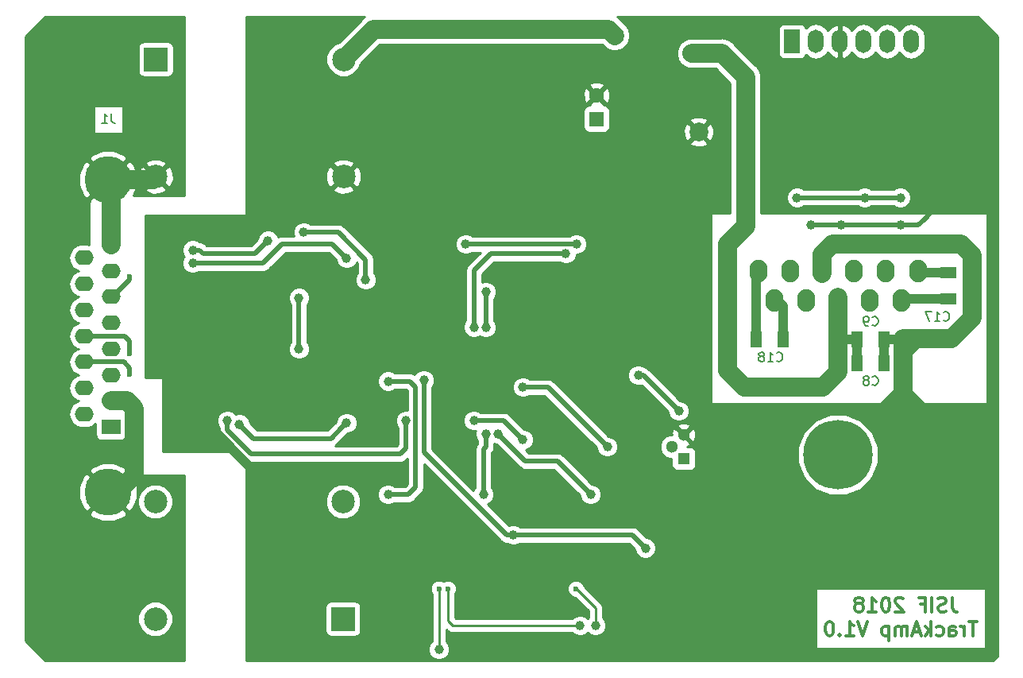
<source format=gbr>
G04 #@! TF.GenerationSoftware,KiCad,Pcbnew,(5.0.0-rc2-dev-444-g2974a2c10)*
G04 #@! TF.CreationDate,2018-05-11T00:11:58+02:00*
G04 #@! TF.ProjectId,TrackAmplifier,547261636B416D706C69666965722E6B,rev?*
G04 #@! TF.SameCoordinates,Original*
G04 #@! TF.FileFunction,Copper,L2,Bot,Signal*
G04 #@! TF.FilePolarity,Positive*
%FSLAX46Y46*%
G04 Gerber Fmt 4.6, Leading zero omitted, Abs format (unit mm)*
G04 Created by KiCad (PCBNEW (5.0.0-rc2-dev-444-g2974a2c10)) date 05/11/18 00:11:58*
%MOMM*%
%LPD*%
G01*
G04 APERTURE LIST*
%ADD10C,0.150000*%
%ADD11C,0.300000*%
%ADD12R,2.500000X2.500000*%
%ADD13C,2.500000*%
%ADD14O,1.900000X2.400000*%
%ADD15R,2.000000X1.600000*%
%ADD16O,2.000000X1.600000*%
%ADD17C,5.000000*%
%ADD18R,1.700000X2.500000*%
%ADD19O,1.700000X2.500000*%
%ADD20R,1.220000X1.800000*%
%ADD21R,1.600000X1.600000*%
%ADD22C,1.600000*%
%ADD23R,1.800000X1.220000*%
%ADD24C,1.300000*%
%ADD25R,1.300000X1.300000*%
%ADD26C,7.400000*%
%ADD27C,0.800000*%
%ADD28R,2.000000X2.000000*%
%ADD29C,2.000000*%
%ADD30C,1.000000*%
%ADD31C,0.600000*%
%ADD32C,1.000000*%
%ADD33C,2.000000*%
%ADD34C,0.750000*%
%ADD35C,0.500000*%
%ADD36C,0.250000*%
%ADD37C,0.254000*%
G04 APERTURE END LIST*
D10*
X59858333Y-61032380D02*
X59858333Y-61746666D01*
X59905952Y-61889523D01*
X60001190Y-61984761D01*
X60144047Y-62032380D01*
X60239285Y-62032380D01*
X58858333Y-62032380D02*
X59429761Y-62032380D01*
X59144047Y-62032380D02*
X59144047Y-61032380D01*
X59239285Y-61175238D01*
X59334523Y-61270476D01*
X59429761Y-61318095D01*
X130779857Y-87337142D02*
X130827476Y-87384761D01*
X130970333Y-87432380D01*
X131065571Y-87432380D01*
X131208428Y-87384761D01*
X131303666Y-87289523D01*
X131351285Y-87194285D01*
X131398904Y-87003809D01*
X131398904Y-86860952D01*
X131351285Y-86670476D01*
X131303666Y-86575238D01*
X131208428Y-86480000D01*
X131065571Y-86432380D01*
X130970333Y-86432380D01*
X130827476Y-86480000D01*
X130779857Y-86527619D01*
X129827476Y-87432380D02*
X130398904Y-87432380D01*
X130113190Y-87432380D02*
X130113190Y-86432380D01*
X130208428Y-86575238D01*
X130303666Y-86670476D01*
X130398904Y-86718095D01*
X129256047Y-86860952D02*
X129351285Y-86813333D01*
X129398904Y-86765714D01*
X129446523Y-86670476D01*
X129446523Y-86622857D01*
X129398904Y-86527619D01*
X129351285Y-86480000D01*
X129256047Y-86432380D01*
X129065571Y-86432380D01*
X128970333Y-86480000D01*
X128922714Y-86527619D01*
X128875095Y-86622857D01*
X128875095Y-86670476D01*
X128922714Y-86765714D01*
X128970333Y-86813333D01*
X129065571Y-86860952D01*
X129256047Y-86860952D01*
X129351285Y-86908571D01*
X129398904Y-86956190D01*
X129446523Y-87051428D01*
X129446523Y-87241904D01*
X129398904Y-87337142D01*
X129351285Y-87384761D01*
X129256047Y-87432380D01*
X129065571Y-87432380D01*
X128970333Y-87384761D01*
X128922714Y-87337142D01*
X128875095Y-87241904D01*
X128875095Y-87051428D01*
X128922714Y-86956190D01*
X128970333Y-86908571D01*
X129065571Y-86860952D01*
X140971666Y-83527142D02*
X141019285Y-83574761D01*
X141162142Y-83622380D01*
X141257380Y-83622380D01*
X141400238Y-83574761D01*
X141495476Y-83479523D01*
X141543095Y-83384285D01*
X141590714Y-83193809D01*
X141590714Y-83050952D01*
X141543095Y-82860476D01*
X141495476Y-82765238D01*
X141400238Y-82670000D01*
X141257380Y-82622380D01*
X141162142Y-82622380D01*
X141019285Y-82670000D01*
X140971666Y-82717619D01*
X140495476Y-83622380D02*
X140305000Y-83622380D01*
X140209761Y-83574761D01*
X140162142Y-83527142D01*
X140066904Y-83384285D01*
X140019285Y-83193809D01*
X140019285Y-82812857D01*
X140066904Y-82717619D01*
X140114523Y-82670000D01*
X140209761Y-82622380D01*
X140400238Y-82622380D01*
X140495476Y-82670000D01*
X140543095Y-82717619D01*
X140590714Y-82812857D01*
X140590714Y-83050952D01*
X140543095Y-83146190D01*
X140495476Y-83193809D01*
X140400238Y-83241428D01*
X140209761Y-83241428D01*
X140114523Y-83193809D01*
X140066904Y-83146190D01*
X140019285Y-83050952D01*
X140971666Y-89877142D02*
X141019285Y-89924761D01*
X141162142Y-89972380D01*
X141257380Y-89972380D01*
X141400238Y-89924761D01*
X141495476Y-89829523D01*
X141543095Y-89734285D01*
X141590714Y-89543809D01*
X141590714Y-89400952D01*
X141543095Y-89210476D01*
X141495476Y-89115238D01*
X141400238Y-89020000D01*
X141257380Y-88972380D01*
X141162142Y-88972380D01*
X141019285Y-89020000D01*
X140971666Y-89067619D01*
X140400238Y-89400952D02*
X140495476Y-89353333D01*
X140543095Y-89305714D01*
X140590714Y-89210476D01*
X140590714Y-89162857D01*
X140543095Y-89067619D01*
X140495476Y-89020000D01*
X140400238Y-88972380D01*
X140209761Y-88972380D01*
X140114523Y-89020000D01*
X140066904Y-89067619D01*
X140019285Y-89162857D01*
X140019285Y-89210476D01*
X140066904Y-89305714D01*
X140114523Y-89353333D01*
X140209761Y-89400952D01*
X140400238Y-89400952D01*
X140495476Y-89448571D01*
X140543095Y-89496190D01*
X140590714Y-89591428D01*
X140590714Y-89781904D01*
X140543095Y-89877142D01*
X140495476Y-89924761D01*
X140400238Y-89972380D01*
X140209761Y-89972380D01*
X140114523Y-89924761D01*
X140066904Y-89877142D01*
X140019285Y-89781904D01*
X140019285Y-89591428D01*
X140066904Y-89496190D01*
X140114523Y-89448571D01*
X140209761Y-89400952D01*
X148559857Y-83019142D02*
X148607476Y-83066761D01*
X148750333Y-83114380D01*
X148845571Y-83114380D01*
X148988428Y-83066761D01*
X149083666Y-82971523D01*
X149131285Y-82876285D01*
X149178904Y-82685809D01*
X149178904Y-82542952D01*
X149131285Y-82352476D01*
X149083666Y-82257238D01*
X148988428Y-82162000D01*
X148845571Y-82114380D01*
X148750333Y-82114380D01*
X148607476Y-82162000D01*
X148559857Y-82209619D01*
X147607476Y-83114380D02*
X148178904Y-83114380D01*
X147893190Y-83114380D02*
X147893190Y-82114380D01*
X147988428Y-82257238D01*
X148083666Y-82352476D01*
X148178904Y-82400095D01*
X147274142Y-82114380D02*
X146607476Y-82114380D01*
X147036047Y-83114380D01*
D11*
X149480000Y-112569571D02*
X149480000Y-113641000D01*
X149551428Y-113855285D01*
X149694285Y-113998142D01*
X149908571Y-114069571D01*
X150051428Y-114069571D01*
X148837142Y-113998142D02*
X148622857Y-114069571D01*
X148265714Y-114069571D01*
X148122857Y-113998142D01*
X148051428Y-113926714D01*
X147980000Y-113783857D01*
X147980000Y-113641000D01*
X148051428Y-113498142D01*
X148122857Y-113426714D01*
X148265714Y-113355285D01*
X148551428Y-113283857D01*
X148694285Y-113212428D01*
X148765714Y-113141000D01*
X148837142Y-112998142D01*
X148837142Y-112855285D01*
X148765714Y-112712428D01*
X148694285Y-112641000D01*
X148551428Y-112569571D01*
X148194285Y-112569571D01*
X147980000Y-112641000D01*
X147337142Y-114069571D02*
X147337142Y-112569571D01*
X146122857Y-113283857D02*
X146622857Y-113283857D01*
X146622857Y-114069571D02*
X146622857Y-112569571D01*
X145908571Y-112569571D01*
X144265714Y-112712428D02*
X144194285Y-112641000D01*
X144051428Y-112569571D01*
X143694285Y-112569571D01*
X143551428Y-112641000D01*
X143480000Y-112712428D01*
X143408571Y-112855285D01*
X143408571Y-112998142D01*
X143480000Y-113212428D01*
X144337142Y-114069571D01*
X143408571Y-114069571D01*
X142480000Y-112569571D02*
X142337142Y-112569571D01*
X142194285Y-112641000D01*
X142122857Y-112712428D01*
X142051428Y-112855285D01*
X141980000Y-113141000D01*
X141980000Y-113498142D01*
X142051428Y-113783857D01*
X142122857Y-113926714D01*
X142194285Y-113998142D01*
X142337142Y-114069571D01*
X142480000Y-114069571D01*
X142622857Y-113998142D01*
X142694285Y-113926714D01*
X142765714Y-113783857D01*
X142837142Y-113498142D01*
X142837142Y-113141000D01*
X142765714Y-112855285D01*
X142694285Y-112712428D01*
X142622857Y-112641000D01*
X142480000Y-112569571D01*
X140551428Y-114069571D02*
X141408571Y-114069571D01*
X140980000Y-114069571D02*
X140980000Y-112569571D01*
X141122857Y-112783857D01*
X141265714Y-112926714D01*
X141408571Y-112998142D01*
X139694285Y-113212428D02*
X139837142Y-113141000D01*
X139908571Y-113069571D01*
X139980000Y-112926714D01*
X139980000Y-112855285D01*
X139908571Y-112712428D01*
X139837142Y-112641000D01*
X139694285Y-112569571D01*
X139408571Y-112569571D01*
X139265714Y-112641000D01*
X139194285Y-112712428D01*
X139122857Y-112855285D01*
X139122857Y-112926714D01*
X139194285Y-113069571D01*
X139265714Y-113141000D01*
X139408571Y-113212428D01*
X139694285Y-113212428D01*
X139837142Y-113283857D01*
X139908571Y-113355285D01*
X139980000Y-113498142D01*
X139980000Y-113783857D01*
X139908571Y-113926714D01*
X139837142Y-113998142D01*
X139694285Y-114069571D01*
X139408571Y-114069571D01*
X139265714Y-113998142D01*
X139194285Y-113926714D01*
X139122857Y-113783857D01*
X139122857Y-113498142D01*
X139194285Y-113355285D01*
X139265714Y-113283857D01*
X139408571Y-113212428D01*
X152122857Y-115119571D02*
X151265714Y-115119571D01*
X151694285Y-116619571D02*
X151694285Y-115119571D01*
X150765714Y-116619571D02*
X150765714Y-115619571D01*
X150765714Y-115905285D02*
X150694285Y-115762428D01*
X150622857Y-115691000D01*
X150480000Y-115619571D01*
X150337142Y-115619571D01*
X149194285Y-116619571D02*
X149194285Y-115833857D01*
X149265714Y-115691000D01*
X149408571Y-115619571D01*
X149694285Y-115619571D01*
X149837142Y-115691000D01*
X149194285Y-116548142D02*
X149337142Y-116619571D01*
X149694285Y-116619571D01*
X149837142Y-116548142D01*
X149908571Y-116405285D01*
X149908571Y-116262428D01*
X149837142Y-116119571D01*
X149694285Y-116048142D01*
X149337142Y-116048142D01*
X149194285Y-115976714D01*
X147837142Y-116548142D02*
X147980000Y-116619571D01*
X148265714Y-116619571D01*
X148408571Y-116548142D01*
X148480000Y-116476714D01*
X148551428Y-116333857D01*
X148551428Y-115905285D01*
X148480000Y-115762428D01*
X148408571Y-115691000D01*
X148265714Y-115619571D01*
X147980000Y-115619571D01*
X147837142Y-115691000D01*
X147194285Y-116619571D02*
X147194285Y-115119571D01*
X147051428Y-116048142D02*
X146622857Y-116619571D01*
X146622857Y-115619571D02*
X147194285Y-116191000D01*
X146051428Y-116191000D02*
X145337142Y-116191000D01*
X146194285Y-116619571D02*
X145694285Y-115119571D01*
X145194285Y-116619571D01*
X144694285Y-116619571D02*
X144694285Y-115619571D01*
X144694285Y-115762428D02*
X144622857Y-115691000D01*
X144480000Y-115619571D01*
X144265714Y-115619571D01*
X144122857Y-115691000D01*
X144051428Y-115833857D01*
X144051428Y-116619571D01*
X144051428Y-115833857D02*
X143980000Y-115691000D01*
X143837142Y-115619571D01*
X143622857Y-115619571D01*
X143480000Y-115691000D01*
X143408571Y-115833857D01*
X143408571Y-116619571D01*
X142694285Y-115619571D02*
X142694285Y-117119571D01*
X142694285Y-115691000D02*
X142551428Y-115619571D01*
X142265714Y-115619571D01*
X142122857Y-115691000D01*
X142051428Y-115762428D01*
X141980000Y-115905285D01*
X141980000Y-116333857D01*
X142051428Y-116476714D01*
X142122857Y-116548142D01*
X142265714Y-116619571D01*
X142551428Y-116619571D01*
X142694285Y-116548142D01*
X140408571Y-115119571D02*
X139908571Y-116619571D01*
X139408571Y-115119571D01*
X138122857Y-116619571D02*
X138980000Y-116619571D01*
X138551428Y-116619571D02*
X138551428Y-115119571D01*
X138694285Y-115333857D01*
X138837142Y-115476714D01*
X138980000Y-115548142D01*
X137480000Y-116476714D02*
X137408571Y-116548142D01*
X137480000Y-116619571D01*
X137551428Y-116548142D01*
X137480000Y-116476714D01*
X137480000Y-116619571D01*
X136480000Y-115119571D02*
X136337142Y-115119571D01*
X136194285Y-115191000D01*
X136122857Y-115262428D01*
X136051428Y-115405285D01*
X135980000Y-115691000D01*
X135980000Y-116048142D01*
X136051428Y-116333857D01*
X136122857Y-116476714D01*
X136194285Y-116548142D01*
X136337142Y-116619571D01*
X136480000Y-116619571D01*
X136622857Y-116548142D01*
X136694285Y-116476714D01*
X136765714Y-116333857D01*
X136837142Y-116048142D01*
X136837142Y-115691000D01*
X136765714Y-115405285D01*
X136694285Y-115262428D01*
X136622857Y-115191000D01*
X136480000Y-115119571D01*
D12*
X84544000Y-114843800D03*
D13*
X64544000Y-114843800D03*
X84544000Y-102343800D03*
X64544000Y-102343800D03*
D12*
X64605000Y-55230000D03*
D13*
X84605000Y-55230000D03*
X64605000Y-67730000D03*
X84605000Y-67730000D03*
D14*
X145820000Y-77760000D03*
X144120000Y-80900000D03*
X142420000Y-77760000D03*
X140720000Y-80900000D03*
X139020000Y-77760000D03*
X137320000Y-80900000D03*
X135620000Y-77760000D03*
X133920000Y-80900000D03*
X132220000Y-77760000D03*
X130520000Y-80900000D03*
X128820000Y-77760000D03*
D15*
X59800000Y-94390000D03*
D16*
X59800000Y-91620000D03*
X59800000Y-88850000D03*
X59800000Y-86080000D03*
X59800000Y-83310000D03*
X59800000Y-80540000D03*
X59800000Y-77770000D03*
X59800000Y-75000000D03*
X56960000Y-93005000D03*
X56960000Y-90235000D03*
X56960000Y-87465000D03*
X56960000Y-84695000D03*
X56960000Y-81925000D03*
X56960000Y-79155000D03*
X56960000Y-76385000D03*
D17*
X59500000Y-101345000D03*
X59500000Y-68045000D03*
D18*
X132423000Y-53325000D03*
D19*
X134963000Y-53325000D03*
X137503000Y-53325000D03*
X140043000Y-53325000D03*
X142583000Y-53325000D03*
X145123000Y-53325000D03*
D20*
X142235000Y-87615000D03*
X139375000Y-87615000D03*
X139375000Y-85075000D03*
X142235000Y-85075000D03*
D21*
X111595000Y-61580000D03*
D22*
X111595000Y-59080000D03*
D23*
X149060000Y-80790000D03*
X149060000Y-77930000D03*
D20*
X131440000Y-85075000D03*
X128580000Y-85075000D03*
D24*
X119596000Y-96505000D03*
X120866000Y-95235000D03*
D25*
X120866000Y-97775000D03*
D26*
X137317013Y-97367015D03*
D27*
X134542013Y-97367015D03*
X135354792Y-95404794D03*
X137317013Y-94592015D03*
X139279234Y-95404794D03*
X140092013Y-97367015D03*
X139279234Y-99329236D03*
X137317013Y-100142015D03*
X135354792Y-99329236D03*
D28*
X127470000Y-62977000D03*
D29*
X122470000Y-62977000D03*
X113500000Y-52690000D03*
D30*
X98006000Y-65009000D03*
X100800000Y-65009000D03*
X106007000Y-57770000D03*
X106007000Y-62596000D03*
X106007000Y-65009000D03*
X88735000Y-60084326D03*
X91275000Y-60084326D03*
X137630000Y-72883000D03*
X143980000Y-72883000D03*
X134455000Y-72883000D03*
D31*
X95720000Y-111618000D03*
D30*
X94780200Y-118095000D03*
D31*
X109380000Y-111618000D03*
X63970000Y-82662000D03*
D30*
X67780000Y-81232000D03*
X94450000Y-69835000D03*
X89641780Y-75897980D03*
X108420000Y-88885000D03*
X113500000Y-88885000D03*
X117945000Y-66787000D03*
X89370000Y-86980000D03*
X117183002Y-99172000D03*
X112230000Y-107300000D03*
X98260000Y-107300000D03*
X108420000Y-101585000D03*
X69271000Y-93490000D03*
X94450004Y-101585000D03*
X88481000Y-95743000D03*
X71463000Y-92441000D03*
D31*
X63970000Y-80122000D03*
D30*
X78448000Y-81773000D03*
X79718000Y-76327011D03*
X82385000Y-93584000D03*
X98580000Y-86329998D03*
X98133000Y-97013000D03*
X101054000Y-97013000D03*
X109944000Y-96505000D03*
X147917006Y-70851000D03*
D29*
X150330000Y-93330000D03*
X141440000Y-93330000D03*
X133185000Y-93330000D03*
X126200000Y-93330000D03*
X126200000Y-109840000D03*
X133185000Y-109840000D03*
X141440000Y-109840000D03*
X150330000Y-109840000D03*
X126200000Y-101585000D03*
X133185000Y-101585000D03*
X141440000Y-101585000D03*
X150330000Y-101585000D03*
D30*
X86068000Y-60056000D03*
D29*
X76035000Y-114920000D03*
X76035000Y-102220000D03*
X76035000Y-55230000D03*
X76035000Y-67930000D03*
D30*
X93815000Y-60084326D03*
X96355000Y-60084326D03*
X103467000Y-65009000D03*
X103467000Y-55357000D03*
X106007000Y-55357000D03*
X100800000Y-55357000D03*
X98006000Y-55357000D03*
X106007000Y-60056000D03*
X73487960Y-74534000D03*
X143979994Y-69962006D03*
X140170000Y-69962000D03*
X89370000Y-89520000D03*
X89370000Y-101585000D03*
X132931004Y-69962000D03*
X109817000Y-115555010D03*
X110960000Y-101585000D03*
X101054000Y-95108004D03*
X99530000Y-101585000D03*
X99784000Y-95108000D03*
X99784000Y-83805010D03*
X99784000Y-79995000D03*
X80353000Y-73645000D03*
X86957000Y-78725000D03*
X76543000Y-74534000D03*
X68542000Y-75550000D03*
X97625000Y-74915000D03*
X109436000Y-74914996D03*
D31*
X94780200Y-111618000D03*
D30*
X84925000Y-76439000D03*
X68542000Y-76947000D03*
X91275000Y-93711000D03*
X72225000Y-93711000D03*
X120358000Y-92695000D03*
X116040000Y-88885000D03*
D31*
X61811000Y-78344000D03*
D30*
X79845000Y-86088970D03*
X79845000Y-80630000D03*
D31*
X61811000Y-88758000D03*
D30*
X73495000Y-94092000D03*
X84925022Y-93965000D03*
D31*
X61811000Y-86599000D03*
D30*
X103721000Y-90155000D03*
X112738000Y-96505000D03*
X102705000Y-105903000D03*
X116802000Y-107300000D03*
X93180000Y-89393014D03*
X111468000Y-115555000D03*
D29*
X121755000Y-54595000D03*
D30*
X98490522Y-83777298D03*
X108293000Y-75931000D03*
X98514000Y-93711000D03*
X103721000Y-95743000D03*
D32*
X138740000Y-85075000D02*
X137320000Y-85075000D01*
D33*
X137320000Y-85075000D02*
X137320000Y-80600000D01*
D32*
X128580000Y-78300000D02*
X128820000Y-78060000D01*
X128580000Y-85075000D02*
X128580000Y-78300000D01*
X131440000Y-81520000D02*
X130520000Y-80600000D01*
X131440000Y-85075000D02*
X131440000Y-81520000D01*
X143820000Y-80900000D02*
X144120000Y-80600000D01*
X145950000Y-77930000D02*
X145820000Y-78060000D01*
X149060000Y-77930000D02*
X145950000Y-77930000D01*
X144310000Y-80790000D02*
X144120000Y-80600000D01*
X149060000Y-80790000D02*
X144310000Y-80790000D01*
X137765000Y-87615000D02*
X137320000Y-87615000D01*
D33*
X137320000Y-87615000D02*
X137320000Y-85075000D01*
D32*
X142235000Y-85075000D02*
X142235000Y-87615000D01*
D34*
X142202000Y-85042000D02*
X142235000Y-85075000D01*
D35*
X134455000Y-72883000D02*
X137630000Y-72883000D01*
X137630000Y-72883000D02*
X143980000Y-72883000D01*
X153251000Y-64501000D02*
X152235000Y-63485000D01*
D32*
X144107000Y-85075000D02*
X144234000Y-84948000D01*
X142235000Y-85075000D02*
X144107000Y-85075000D01*
D35*
X146520000Y-72248006D02*
X147917006Y-70851000D01*
X146520000Y-72248000D02*
X146520000Y-72248006D01*
X143980000Y-72883000D02*
X145885000Y-72883000D01*
X145885000Y-72883000D02*
X146520000Y-72248000D01*
D32*
X76035000Y-100061000D02*
X76035000Y-102220000D01*
X69271000Y-93490000D02*
X69464000Y-93490000D01*
X69464000Y-93490000D02*
X76035000Y-100061000D01*
D33*
X135620000Y-76036000D02*
X135620000Y-78060000D01*
X149441000Y-84948000D02*
X151600000Y-82789000D01*
X151600000Y-82789000D02*
X151600000Y-76058000D01*
X151600000Y-76058000D02*
X150457000Y-74915000D01*
X150457000Y-74915000D02*
X136741000Y-74915000D01*
X136741000Y-74915000D02*
X135620000Y-76036000D01*
D32*
X144488000Y-86726000D02*
X146266000Y-84948000D01*
X144234000Y-86726000D02*
X144488000Y-86726000D01*
D33*
X146266000Y-84948000D02*
X149441000Y-84948000D01*
X144234000Y-84948000D02*
X146266000Y-84948000D01*
X144234000Y-86726000D02*
X144234000Y-84948000D01*
D32*
X144234000Y-90282000D02*
X144361000Y-90282000D01*
D33*
X144234000Y-90282000D02*
X144234000Y-86726000D01*
X144234000Y-92822000D02*
X144234000Y-90282000D01*
D32*
X144361000Y-90282000D02*
X146393000Y-92314000D01*
X141440000Y-92949000D02*
X141440000Y-93330000D01*
X144361000Y-90282000D02*
X144107000Y-90282000D01*
X144107000Y-90282000D02*
X141440000Y-92949000D01*
D35*
X143979994Y-69962006D02*
X140170006Y-69962006D01*
X140170006Y-69962006D02*
X140170000Y-69962000D01*
X89370000Y-89520000D02*
X91656000Y-89520000D01*
X91656000Y-89520000D02*
X92291000Y-90155000D01*
X92291000Y-90155000D02*
X92291000Y-100696000D01*
X92291000Y-100696000D02*
X92291000Y-100823000D01*
X92291000Y-100823000D02*
X91529000Y-101585000D01*
X91529000Y-101585000D02*
X89370000Y-101585000D01*
X139462894Y-69962000D02*
X132931004Y-69962000D01*
X140170000Y-69962000D02*
X139462894Y-69962000D01*
D36*
X109816990Y-115555000D02*
X109817000Y-115555010D01*
X96228000Y-115555000D02*
X109816990Y-115555000D01*
X95720000Y-111618000D02*
X95720000Y-115047000D01*
X95720000Y-115047000D02*
X96228000Y-115555000D01*
D35*
X101054004Y-95108004D02*
X101054000Y-95108004D01*
X103975000Y-98029000D02*
X101054004Y-95108004D01*
X110960000Y-101585000D02*
X107404000Y-98029000D01*
X107404000Y-98029000D02*
X103975000Y-98029000D01*
X99784000Y-96505000D02*
X99784000Y-95108000D01*
X99530000Y-101585000D02*
X99530000Y-96759000D01*
X99530000Y-96759000D02*
X99784000Y-96505000D01*
X99784000Y-83805010D02*
X99784000Y-79995000D01*
X86957000Y-76566000D02*
X86957000Y-78017894D01*
X86957000Y-78017894D02*
X86957000Y-78725000D01*
X84036000Y-73645000D02*
X86957000Y-76566000D01*
X80353000Y-73645000D02*
X84036000Y-73645000D01*
X69249106Y-75550000D02*
X68542000Y-75550000D01*
X69630106Y-75931000D02*
X69249106Y-75550000D01*
X76543000Y-74534000D02*
X75146000Y-75931000D01*
X75146000Y-75931000D02*
X69630106Y-75931000D01*
X97625000Y-74915000D02*
X109435996Y-74915000D01*
X109435996Y-74915000D02*
X109436000Y-74914996D01*
D36*
X94780200Y-111618000D02*
X94780200Y-118095000D01*
D35*
X69249106Y-76947000D02*
X68542000Y-76947000D01*
X76035000Y-76947000D02*
X69249106Y-76947000D01*
X78067000Y-74915000D02*
X76035000Y-76947000D01*
X84925000Y-76439000D02*
X83401000Y-74915000D01*
X83401000Y-74915000D02*
X78067000Y-74915000D01*
X72225000Y-94418106D02*
X72225000Y-93711000D01*
X72225000Y-94727000D02*
X72225000Y-94418106D01*
X74765000Y-97267000D02*
X72225000Y-94727000D01*
X90640000Y-97267000D02*
X74765000Y-97267000D01*
X91275000Y-93711000D02*
X91275000Y-96632000D01*
X91275000Y-96632000D02*
X90640000Y-97267000D01*
X120358000Y-92695000D02*
X116548000Y-88885000D01*
X116548000Y-88885000D02*
X116040000Y-88885000D01*
X61811000Y-78729000D02*
X61811000Y-78344000D01*
X59800000Y-80540000D02*
X60000000Y-80540000D01*
X60000000Y-80540000D02*
X61811000Y-78729000D01*
X79845000Y-86088970D02*
X79845000Y-80630000D01*
X61811000Y-88123000D02*
X61811000Y-88758000D01*
X56960000Y-87465000D02*
X61153000Y-87465000D01*
X61153000Y-87465000D02*
X61811000Y-88123000D01*
X84425023Y-94464999D02*
X84925022Y-93965000D01*
X83274022Y-95616000D02*
X84425023Y-94464999D01*
X73495000Y-94092000D02*
X75019000Y-95616000D01*
X75019000Y-95616000D02*
X83274022Y-95616000D01*
X61811000Y-86174736D02*
X61811000Y-86599000D01*
X61811000Y-85202000D02*
X61811000Y-86174736D01*
X56960000Y-84695000D02*
X61304000Y-84695000D01*
X61304000Y-84695000D02*
X61811000Y-85202000D01*
D33*
X112865000Y-52055000D02*
X113500000Y-52690000D01*
X84605000Y-55230000D02*
X87780000Y-52055000D01*
X87780000Y-52055000D02*
X112865000Y-52055000D01*
X60527000Y-101345000D02*
X59500000Y-101345000D01*
X62319000Y-99553000D02*
X60527000Y-101345000D01*
X62319000Y-92441000D02*
X62319000Y-99553000D01*
X59800000Y-91620000D02*
X61498000Y-91620000D01*
X61498000Y-91620000D02*
X62319000Y-92441000D01*
X59815000Y-67730000D02*
X59500000Y-68045000D01*
D32*
X64605000Y-67730000D02*
X64605000Y-67803000D01*
D33*
X64290000Y-68045000D02*
X64605000Y-67730000D01*
X59500000Y-68045000D02*
X64290000Y-68045000D01*
X59800000Y-68345000D02*
X59500000Y-68045000D01*
X59800000Y-75000000D02*
X59800000Y-68345000D01*
D35*
X103721000Y-90155000D02*
X106388000Y-90155000D01*
X112238001Y-96005001D02*
X112738000Y-96505000D01*
X106388000Y-90155000D02*
X112238001Y-96005001D01*
X102705000Y-105903000D02*
X115405000Y-105903000D01*
X115405000Y-105903000D02*
X116802000Y-107300000D01*
X102705000Y-105903000D02*
X101997894Y-105903000D01*
X101997894Y-105903000D02*
X93180000Y-97085106D01*
X93180000Y-97085106D02*
X93180000Y-90100120D01*
X93180000Y-90100120D02*
X93180000Y-89393014D01*
D36*
X111468000Y-113650000D02*
X111468000Y-114847894D01*
X109380000Y-111562000D02*
X111468000Y-113650000D01*
X111468000Y-114847894D02*
X111468000Y-115555000D01*
D35*
X139375000Y-85075000D02*
X137320000Y-85075000D01*
D33*
X137320000Y-88560000D02*
X137320000Y-87615000D01*
X127470000Y-73010000D02*
X125565000Y-74915000D01*
X125565000Y-74915000D02*
X125565000Y-88377000D01*
X125565000Y-88377000D02*
X127343000Y-90155000D01*
X127343000Y-90155000D02*
X135725000Y-90155000D01*
X127470000Y-63485000D02*
X127470000Y-73010000D01*
X135725000Y-90155000D02*
X137320000Y-88560000D01*
D32*
X139375000Y-85075000D02*
X139375000Y-87615000D01*
D33*
X124930000Y-54595000D02*
X121755000Y-54595000D01*
X127470000Y-63485000D02*
X127470000Y-57135000D01*
X127470000Y-57135000D02*
X124930000Y-54595000D01*
D35*
X107585894Y-75931000D02*
X108293000Y-75931000D01*
X98490522Y-77732478D02*
X100292000Y-75931000D01*
X100292000Y-75931000D02*
X107585894Y-75931000D01*
X98490522Y-83777298D02*
X98490522Y-77732478D01*
X98514000Y-93711000D02*
X101689000Y-93711000D01*
X103221001Y-95243001D02*
X103721000Y-95743000D01*
X101689000Y-93711000D02*
X103221001Y-95243001D01*
D37*
G36*
X86601231Y-50876231D02*
X86510014Y-51012747D01*
X84140788Y-53381973D01*
X83537233Y-53631974D01*
X83006974Y-54162233D01*
X82720000Y-54855050D01*
X82720000Y-55604950D01*
X83006974Y-56297767D01*
X83537233Y-56828026D01*
X84230050Y-57115000D01*
X84979950Y-57115000D01*
X85672767Y-56828026D01*
X86203026Y-56297767D01*
X86453027Y-55694212D01*
X87552239Y-54595000D01*
X120087969Y-54595000D01*
X120120000Y-54756031D01*
X120120000Y-54920222D01*
X120182833Y-55071914D01*
X120214864Y-55232945D01*
X120306081Y-55369461D01*
X120368914Y-55521153D01*
X120485014Y-55637253D01*
X120576231Y-55773769D01*
X120712747Y-55864986D01*
X120828847Y-55981086D01*
X120980539Y-56043919D01*
X121117055Y-56135136D01*
X121278086Y-56167167D01*
X121429778Y-56230000D01*
X124252762Y-56230000D01*
X125835001Y-57812240D01*
X125835000Y-61914458D01*
X125822560Y-61977000D01*
X125822560Y-63977000D01*
X125835000Y-64039541D01*
X125835001Y-71613000D01*
X123914000Y-71613000D01*
X123865399Y-71622667D01*
X123824197Y-71650197D01*
X123796667Y-71691399D01*
X123787000Y-71740000D01*
X123787000Y-91806000D01*
X123796667Y-91854601D01*
X123824197Y-91895803D01*
X123865399Y-91923333D01*
X123914000Y-91933000D01*
X153124000Y-91933000D01*
X153172601Y-91923333D01*
X153213803Y-91895803D01*
X153241333Y-91854601D01*
X153251000Y-91806000D01*
X153251000Y-71740000D01*
X153241333Y-71691399D01*
X153213803Y-71650197D01*
X153172601Y-71622667D01*
X153124000Y-71613000D01*
X129105000Y-71613000D01*
X129105000Y-69736234D01*
X131796004Y-69736234D01*
X131796004Y-70187766D01*
X131968797Y-70604926D01*
X132288078Y-70924207D01*
X132705238Y-71097000D01*
X133156770Y-71097000D01*
X133573930Y-70924207D01*
X133651137Y-70847000D01*
X139449867Y-70847000D01*
X139527074Y-70924207D01*
X139944234Y-71097000D01*
X140395766Y-71097000D01*
X140812926Y-70924207D01*
X140890127Y-70847006D01*
X143259861Y-70847006D01*
X143337068Y-70924213D01*
X143754228Y-71097006D01*
X144205760Y-71097006D01*
X144622920Y-70924213D01*
X144942201Y-70604932D01*
X145114994Y-70187772D01*
X145114994Y-69736240D01*
X144942201Y-69319080D01*
X144622920Y-68999799D01*
X144205760Y-68827006D01*
X143754228Y-68827006D01*
X143337068Y-68999799D01*
X143259861Y-69077006D01*
X140890139Y-69077006D01*
X140812926Y-68999793D01*
X140395766Y-68827000D01*
X139944234Y-68827000D01*
X139527074Y-68999793D01*
X139449867Y-69077000D01*
X133651137Y-69077000D01*
X133573930Y-68999793D01*
X133156770Y-68827000D01*
X132705238Y-68827000D01*
X132288078Y-68999793D01*
X131968797Y-69319074D01*
X131796004Y-69736234D01*
X129105000Y-69736234D01*
X129105000Y-64039541D01*
X129117440Y-63977000D01*
X129117440Y-61977000D01*
X129105000Y-61914459D01*
X129105000Y-57296025D01*
X129137030Y-57134999D01*
X129105000Y-56973973D01*
X129105000Y-56973969D01*
X129010136Y-56497055D01*
X128648769Y-55956231D01*
X128512253Y-55865014D01*
X126199988Y-53552750D01*
X126108769Y-53416231D01*
X125567945Y-53054864D01*
X125091031Y-52960000D01*
X125091030Y-52960000D01*
X124930000Y-52927969D01*
X124768970Y-52960000D01*
X121429778Y-52960000D01*
X121278086Y-53022833D01*
X121117055Y-53054864D01*
X120980539Y-53146081D01*
X120828847Y-53208914D01*
X120712747Y-53325014D01*
X120576231Y-53416231D01*
X120485014Y-53552747D01*
X120368914Y-53668847D01*
X120306081Y-53820539D01*
X120214864Y-53957055D01*
X120182833Y-54118086D01*
X120120000Y-54269778D01*
X120120000Y-54433969D01*
X120087969Y-54595000D01*
X87552239Y-54595000D01*
X88457239Y-53690000D01*
X112187761Y-53690000D01*
X112573847Y-54076086D01*
X112725540Y-54138920D01*
X112862055Y-54230136D01*
X113023086Y-54262167D01*
X113174778Y-54325000D01*
X113338969Y-54325000D01*
X113500000Y-54357031D01*
X113661031Y-54325000D01*
X113825222Y-54325000D01*
X113976914Y-54262167D01*
X114137945Y-54230136D01*
X114274461Y-54138919D01*
X114426153Y-54076086D01*
X114542253Y-53959986D01*
X114678769Y-53868769D01*
X114769986Y-53732253D01*
X114886086Y-53616153D01*
X114948919Y-53464461D01*
X115040136Y-53327945D01*
X115072167Y-53166914D01*
X115135000Y-53015222D01*
X115135000Y-52851031D01*
X115167031Y-52690000D01*
X115135000Y-52528969D01*
X115135000Y-52364778D01*
X115072167Y-52213086D01*
X115044701Y-52075000D01*
X130925560Y-52075000D01*
X130925560Y-54575000D01*
X130974843Y-54822765D01*
X131115191Y-55032809D01*
X131325235Y-55173157D01*
X131573000Y-55222440D01*
X133273000Y-55222440D01*
X133520765Y-55173157D01*
X133730809Y-55032809D01*
X133871157Y-54822765D01*
X133880184Y-54777381D01*
X133892375Y-54795625D01*
X134383583Y-55123839D01*
X134963000Y-55239092D01*
X135542418Y-55123839D01*
X136033625Y-54795625D01*
X136240232Y-54486416D01*
X136542749Y-54864856D01*
X137052048Y-55145562D01*
X137146110Y-55166476D01*
X137376000Y-55045155D01*
X137376000Y-53452000D01*
X137356000Y-53452000D01*
X137356000Y-53198000D01*
X137376000Y-53198000D01*
X137376000Y-51604845D01*
X137630000Y-51604845D01*
X137630000Y-53198000D01*
X137650000Y-53198000D01*
X137650000Y-53452000D01*
X137630000Y-53452000D01*
X137630000Y-55045155D01*
X137859890Y-55166476D01*
X137953952Y-55145562D01*
X138463251Y-54864856D01*
X138765768Y-54486416D01*
X138972375Y-54795625D01*
X139463583Y-55123839D01*
X140043000Y-55239092D01*
X140622418Y-55123839D01*
X141113625Y-54795625D01*
X141313000Y-54497239D01*
X141512375Y-54795625D01*
X142003583Y-55123839D01*
X142583000Y-55239092D01*
X143162418Y-55123839D01*
X143653625Y-54795625D01*
X143853000Y-54497239D01*
X144052375Y-54795625D01*
X144543583Y-55123839D01*
X145123000Y-55239092D01*
X145702418Y-55123839D01*
X146193625Y-54795625D01*
X146521839Y-54304418D01*
X146608000Y-53871255D01*
X146608000Y-52778744D01*
X146521839Y-52345582D01*
X146193625Y-51854375D01*
X145702417Y-51526161D01*
X145123000Y-51410908D01*
X144543582Y-51526161D01*
X144052375Y-51854375D01*
X143853000Y-52152761D01*
X143653625Y-51854375D01*
X143162417Y-51526161D01*
X142583000Y-51410908D01*
X142003582Y-51526161D01*
X141512375Y-51854375D01*
X141313000Y-52152761D01*
X141113625Y-51854375D01*
X140622417Y-51526161D01*
X140043000Y-51410908D01*
X139463582Y-51526161D01*
X138972375Y-51854375D01*
X138765769Y-52163584D01*
X138463251Y-51785144D01*
X137953952Y-51504438D01*
X137859890Y-51483524D01*
X137630000Y-51604845D01*
X137376000Y-51604845D01*
X137146110Y-51483524D01*
X137052048Y-51504438D01*
X136542749Y-51785144D01*
X136240232Y-52163584D01*
X136033625Y-51854375D01*
X135542417Y-51526161D01*
X134963000Y-51410908D01*
X134383582Y-51526161D01*
X133892375Y-51854375D01*
X133880184Y-51872619D01*
X133871157Y-51827235D01*
X133730809Y-51617191D01*
X133520765Y-51476843D01*
X133273000Y-51427560D01*
X131573000Y-51427560D01*
X131325235Y-51476843D01*
X131115191Y-51617191D01*
X130974843Y-51827235D01*
X130925560Y-52075000D01*
X115044701Y-52075000D01*
X115040136Y-52052055D01*
X114948920Y-51915540D01*
X114886086Y-51763847D01*
X114426153Y-51303914D01*
X114426151Y-51303913D01*
X114134988Y-51012750D01*
X114043769Y-50876231D01*
X113791395Y-50707600D01*
X152169510Y-50707600D01*
X154293600Y-52831691D01*
X154293601Y-118816908D01*
X153820509Y-119290000D01*
X74248955Y-119290000D01*
X74250070Y-117869234D01*
X93645200Y-117869234D01*
X93645200Y-118320766D01*
X93817993Y-118737926D01*
X94137274Y-119057207D01*
X94554434Y-119230000D01*
X95005966Y-119230000D01*
X95423126Y-119057207D01*
X95742407Y-118737926D01*
X95915200Y-118320766D01*
X95915200Y-117869234D01*
X95742407Y-117452074D01*
X95540200Y-117249867D01*
X95540200Y-115942002D01*
X95637672Y-116039475D01*
X95680071Y-116102929D01*
X95743524Y-116145327D01*
X95743526Y-116145329D01*
X95868902Y-116229102D01*
X95931463Y-116270904D01*
X96153148Y-116315000D01*
X96153152Y-116315000D01*
X96227999Y-116329888D01*
X96302846Y-116315000D01*
X108971857Y-116315000D01*
X109174074Y-116517217D01*
X109591234Y-116690010D01*
X110042766Y-116690010D01*
X110459926Y-116517217D01*
X110642505Y-116334638D01*
X110825074Y-116517207D01*
X111242234Y-116690000D01*
X111693766Y-116690000D01*
X112110926Y-116517207D01*
X112430207Y-116197926D01*
X112603000Y-115780766D01*
X112603000Y-115329234D01*
X112430207Y-114912074D01*
X112228000Y-114709867D01*
X112228000Y-113724847D01*
X112242888Y-113650000D01*
X112228000Y-113575153D01*
X112228000Y-113575148D01*
X112183904Y-113353463D01*
X112015929Y-113102071D01*
X111952473Y-113059671D01*
X110493802Y-111601000D01*
X134909286Y-111601000D01*
X134909286Y-117971000D01*
X153050715Y-117971000D01*
X153050715Y-111601000D01*
X134909286Y-111601000D01*
X110493802Y-111601000D01*
X110308058Y-111415256D01*
X110172655Y-111088365D01*
X109909635Y-110825345D01*
X109565983Y-110683000D01*
X109194017Y-110683000D01*
X108850365Y-110825345D01*
X108587345Y-111088365D01*
X108445000Y-111432017D01*
X108445000Y-111803983D01*
X108587345Y-112147635D01*
X108850365Y-112410655D01*
X109194017Y-112553000D01*
X109296199Y-112553000D01*
X110708000Y-113964802D01*
X110708001Y-114709866D01*
X110642495Y-114775372D01*
X110459926Y-114592803D01*
X110042766Y-114420010D01*
X109591234Y-114420010D01*
X109174074Y-114592803D01*
X108971877Y-114795000D01*
X96542802Y-114795000D01*
X96480000Y-114732198D01*
X96480000Y-112180290D01*
X96512655Y-112147635D01*
X96655000Y-111803983D01*
X96655000Y-111432017D01*
X96512655Y-111088365D01*
X96249635Y-110825345D01*
X95905983Y-110683000D01*
X95534017Y-110683000D01*
X95250100Y-110800602D01*
X94966183Y-110683000D01*
X94594217Y-110683000D01*
X94250565Y-110825345D01*
X93987545Y-111088365D01*
X93845200Y-111432017D01*
X93845200Y-111803983D01*
X93987545Y-112147635D01*
X94020200Y-112180290D01*
X94020201Y-117249866D01*
X93817993Y-117452074D01*
X93645200Y-117869234D01*
X74250070Y-117869234D01*
X74253427Y-113593800D01*
X82646560Y-113593800D01*
X82646560Y-116093800D01*
X82695843Y-116341565D01*
X82836191Y-116551609D01*
X83046235Y-116691957D01*
X83294000Y-116741240D01*
X85794000Y-116741240D01*
X86041765Y-116691957D01*
X86251809Y-116551609D01*
X86392157Y-116341565D01*
X86441440Y-116093800D01*
X86441440Y-113593800D01*
X86392157Y-113346035D01*
X86251809Y-113135991D01*
X86041765Y-112995643D01*
X85794000Y-112946360D01*
X83294000Y-112946360D01*
X83046235Y-112995643D01*
X82836191Y-113135991D01*
X82695843Y-113346035D01*
X82646560Y-113593800D01*
X74253427Y-113593800D01*
X74262555Y-101968850D01*
X82659000Y-101968850D01*
X82659000Y-102718750D01*
X82945974Y-103411567D01*
X83476233Y-103941826D01*
X84169050Y-104228800D01*
X84918950Y-104228800D01*
X85611767Y-103941826D01*
X86142026Y-103411567D01*
X86429000Y-102718750D01*
X86429000Y-101968850D01*
X86142026Y-101276033D01*
X85611767Y-100745774D01*
X84918950Y-100458800D01*
X84169050Y-100458800D01*
X83476233Y-100745774D01*
X82945974Y-101276033D01*
X82659000Y-101968850D01*
X74262555Y-101968850D01*
X74265674Y-97997741D01*
X74419690Y-98100652D01*
X74677835Y-98152000D01*
X74677839Y-98152000D01*
X74764999Y-98169337D01*
X74852159Y-98152000D01*
X90552839Y-98152000D01*
X90640000Y-98169337D01*
X90727161Y-98152000D01*
X90727165Y-98152000D01*
X90985310Y-98100652D01*
X91278049Y-97905049D01*
X91327425Y-97831154D01*
X91406001Y-97752578D01*
X91406001Y-100456420D01*
X91162422Y-100700000D01*
X90090133Y-100700000D01*
X90012926Y-100622793D01*
X89595766Y-100450000D01*
X89144234Y-100450000D01*
X88727074Y-100622793D01*
X88407793Y-100942074D01*
X88235000Y-101359234D01*
X88235000Y-101810766D01*
X88407793Y-102227926D01*
X88727074Y-102547207D01*
X89144234Y-102720000D01*
X89595766Y-102720000D01*
X90012926Y-102547207D01*
X90090133Y-102470000D01*
X91441839Y-102470000D01*
X91529000Y-102487337D01*
X91616161Y-102470000D01*
X91616165Y-102470000D01*
X91874310Y-102418652D01*
X92167049Y-102223049D01*
X92216425Y-102149153D01*
X92855156Y-101510423D01*
X92929049Y-101461049D01*
X92978422Y-101387157D01*
X92978424Y-101387155D01*
X93124652Y-101168310D01*
X93149766Y-101042051D01*
X93176000Y-100910164D01*
X93176000Y-100910161D01*
X93193337Y-100823000D01*
X93176000Y-100735839D01*
X93176000Y-98332684D01*
X101310471Y-106467156D01*
X101359845Y-106541049D01*
X101433738Y-106590423D01*
X101433739Y-106590424D01*
X101533488Y-106657074D01*
X101652584Y-106736652D01*
X101910729Y-106788000D01*
X101910733Y-106788000D01*
X101997893Y-106805337D01*
X102001489Y-106804622D01*
X102062074Y-106865207D01*
X102479234Y-107038000D01*
X102930766Y-107038000D01*
X103347926Y-106865207D01*
X103425133Y-106788000D01*
X115038422Y-106788000D01*
X115667000Y-107416579D01*
X115667000Y-107525766D01*
X115839793Y-107942926D01*
X116159074Y-108262207D01*
X116576234Y-108435000D01*
X117027766Y-108435000D01*
X117444926Y-108262207D01*
X117764207Y-107942926D01*
X117937000Y-107525766D01*
X117937000Y-107074234D01*
X117764207Y-106657074D01*
X117444926Y-106337793D01*
X117027766Y-106165000D01*
X116918579Y-106165000D01*
X116092425Y-105338847D01*
X116043049Y-105264951D01*
X115750310Y-105069348D01*
X115492165Y-105018000D01*
X115492161Y-105018000D01*
X115405000Y-105000663D01*
X115317839Y-105018000D01*
X103425133Y-105018000D01*
X103347926Y-104940793D01*
X102930766Y-104768000D01*
X102479234Y-104768000D01*
X102221309Y-104874836D01*
X99975469Y-102628996D01*
X100172926Y-102547207D01*
X100492207Y-102227926D01*
X100665000Y-101810766D01*
X100665000Y-101359234D01*
X100492207Y-100942074D01*
X100415000Y-100864867D01*
X100415000Y-97147759D01*
X100422049Y-97143049D01*
X100617652Y-96850310D01*
X100669000Y-96592165D01*
X100669000Y-96592160D01*
X100686337Y-96505001D01*
X100669000Y-96417841D01*
X100669000Y-96177047D01*
X100828234Y-96243004D01*
X100937426Y-96243004D01*
X103287577Y-98593156D01*
X103336951Y-98667049D01*
X103410844Y-98716423D01*
X103410845Y-98716424D01*
X103450553Y-98742956D01*
X103629690Y-98862652D01*
X103887835Y-98914000D01*
X103887839Y-98914000D01*
X103974999Y-98931337D01*
X104062159Y-98914000D01*
X107037422Y-98914000D01*
X109825000Y-101701579D01*
X109825000Y-101810766D01*
X109997793Y-102227926D01*
X110317074Y-102547207D01*
X110734234Y-102720000D01*
X111185766Y-102720000D01*
X111602926Y-102547207D01*
X111922207Y-102227926D01*
X112095000Y-101810766D01*
X112095000Y-101359234D01*
X111922207Y-100942074D01*
X111602926Y-100622793D01*
X111185766Y-100450000D01*
X111076579Y-100450000D01*
X108091425Y-97464847D01*
X108042049Y-97390951D01*
X107749310Y-97195348D01*
X107491165Y-97144000D01*
X107491161Y-97144000D01*
X107404000Y-97126663D01*
X107316839Y-97144000D01*
X104341579Y-97144000D01*
X104037850Y-96840272D01*
X104363926Y-96705207D01*
X104683207Y-96385926D01*
X104856000Y-95968766D01*
X104856000Y-95517234D01*
X104683207Y-95100074D01*
X104363926Y-94780793D01*
X103946766Y-94608000D01*
X103837579Y-94608000D01*
X102376425Y-93146847D01*
X102327049Y-93072951D01*
X102034310Y-92877348D01*
X101776165Y-92826000D01*
X101776161Y-92826000D01*
X101689000Y-92808663D01*
X101601839Y-92826000D01*
X99234133Y-92826000D01*
X99156926Y-92748793D01*
X98739766Y-92576000D01*
X98288234Y-92576000D01*
X97871074Y-92748793D01*
X97551793Y-93068074D01*
X97379000Y-93485234D01*
X97379000Y-93936766D01*
X97551793Y-94353926D01*
X97871074Y-94673207D01*
X98288234Y-94846000D01*
X98664009Y-94846000D01*
X98649000Y-94882234D01*
X98649000Y-95333766D01*
X98821793Y-95750926D01*
X98899000Y-95828133D01*
X98899000Y-96116241D01*
X98891952Y-96120951D01*
X98842578Y-96194844D01*
X98842576Y-96194846D01*
X98696348Y-96413691D01*
X98627663Y-96759000D01*
X98645001Y-96846165D01*
X98645000Y-100864867D01*
X98567793Y-100942074D01*
X98486004Y-101139531D01*
X94065000Y-96718528D01*
X94065000Y-90113147D01*
X94142207Y-90035940D01*
X94186405Y-89929234D01*
X102586000Y-89929234D01*
X102586000Y-90380766D01*
X102758793Y-90797926D01*
X103078074Y-91117207D01*
X103495234Y-91290000D01*
X103946766Y-91290000D01*
X104363926Y-91117207D01*
X104441133Y-91040000D01*
X106021422Y-91040000D01*
X111603000Y-96621579D01*
X111603000Y-96730766D01*
X111775793Y-97147926D01*
X112095074Y-97467207D01*
X112512234Y-97640000D01*
X112963766Y-97640000D01*
X113380926Y-97467207D01*
X113700207Y-97147926D01*
X113873000Y-96730766D01*
X113873000Y-96279234D01*
X113860642Y-96249398D01*
X118311000Y-96249398D01*
X118311000Y-96760602D01*
X118506629Y-97232894D01*
X118868106Y-97594371D01*
X119340398Y-97790000D01*
X119568560Y-97790000D01*
X119568560Y-98425000D01*
X119617843Y-98672765D01*
X119758191Y-98882809D01*
X119968235Y-99023157D01*
X120216000Y-99072440D01*
X121516000Y-99072440D01*
X121763765Y-99023157D01*
X121973809Y-98882809D01*
X122114157Y-98672765D01*
X122163440Y-98425000D01*
X122163440Y-97125000D01*
X122114157Y-96877235D01*
X121973809Y-96667191D01*
X121763765Y-96526843D01*
X121652595Y-96504730D01*
X132982013Y-96504730D01*
X132982013Y-98229300D01*
X133641977Y-99822595D01*
X134861433Y-101042051D01*
X136454728Y-101702015D01*
X138179298Y-101702015D01*
X139772593Y-101042051D01*
X140992049Y-99822595D01*
X141652013Y-98229300D01*
X141652013Y-96504730D01*
X140992049Y-94911435D01*
X139772593Y-93691979D01*
X138179298Y-93032015D01*
X136454728Y-93032015D01*
X134861433Y-93691979D01*
X133641977Y-94911435D01*
X132982013Y-96504730D01*
X121652595Y-96504730D01*
X121516000Y-96477560D01*
X121257046Y-96477560D01*
X121529729Y-96364611D01*
X121585410Y-96134016D01*
X120866000Y-95414605D01*
X120851858Y-95428748D01*
X120672253Y-95249143D01*
X120686395Y-95235000D01*
X121045605Y-95235000D01*
X121765016Y-95954410D01*
X121995611Y-95898729D01*
X122163622Y-95415922D01*
X122134083Y-94905572D01*
X121995611Y-94571271D01*
X121765016Y-94515590D01*
X121045605Y-95235000D01*
X120686395Y-95235000D01*
X119966984Y-94515590D01*
X119736389Y-94571271D01*
X119568378Y-95054078D01*
X119577982Y-95220000D01*
X119340398Y-95220000D01*
X118868106Y-95415629D01*
X118506629Y-95777106D01*
X118311000Y-96249398D01*
X113860642Y-96249398D01*
X113700207Y-95862074D01*
X113380926Y-95542793D01*
X112963766Y-95370000D01*
X112854579Y-95370000D01*
X111820563Y-94335984D01*
X120146590Y-94335984D01*
X120866000Y-95055395D01*
X121585410Y-94335984D01*
X121529729Y-94105389D01*
X121046922Y-93937378D01*
X120536572Y-93966917D01*
X120202271Y-94105389D01*
X120146590Y-94335984D01*
X111820563Y-94335984D01*
X107075425Y-89590847D01*
X107026049Y-89516951D01*
X106733310Y-89321348D01*
X106475165Y-89270000D01*
X106475161Y-89270000D01*
X106388000Y-89252663D01*
X106300839Y-89270000D01*
X104441133Y-89270000D01*
X104363926Y-89192793D01*
X103946766Y-89020000D01*
X103495234Y-89020000D01*
X103078074Y-89192793D01*
X102758793Y-89512074D01*
X102586000Y-89929234D01*
X94186405Y-89929234D01*
X94315000Y-89618780D01*
X94315000Y-89167248D01*
X94142207Y-88750088D01*
X94051353Y-88659234D01*
X114905000Y-88659234D01*
X114905000Y-89110766D01*
X115077793Y-89527926D01*
X115397074Y-89847207D01*
X115814234Y-90020000D01*
X116265766Y-90020000D01*
X116382902Y-89971481D01*
X119223000Y-92811579D01*
X119223000Y-92920766D01*
X119395793Y-93337926D01*
X119715074Y-93657207D01*
X120132234Y-93830000D01*
X120583766Y-93830000D01*
X121000926Y-93657207D01*
X121320207Y-93337926D01*
X121493000Y-92920766D01*
X121493000Y-92469234D01*
X121320207Y-92052074D01*
X121000926Y-91732793D01*
X120583766Y-91560000D01*
X120474579Y-91560000D01*
X117235425Y-88320847D01*
X117186049Y-88246951D01*
X116893310Y-88051348D01*
X116791163Y-88031030D01*
X116682926Y-87922793D01*
X116265766Y-87750000D01*
X115814234Y-87750000D01*
X115397074Y-87922793D01*
X115077793Y-88242074D01*
X114905000Y-88659234D01*
X94051353Y-88659234D01*
X93822926Y-88430807D01*
X93405766Y-88258014D01*
X92954234Y-88258014D01*
X92537074Y-88430807D01*
X92217793Y-88750088D01*
X92191544Y-88813459D01*
X92001310Y-88686348D01*
X91743165Y-88635000D01*
X91743161Y-88635000D01*
X91656000Y-88617663D01*
X91568839Y-88635000D01*
X90090133Y-88635000D01*
X90012926Y-88557793D01*
X89595766Y-88385000D01*
X89144234Y-88385000D01*
X88727074Y-88557793D01*
X88407793Y-88877074D01*
X88235000Y-89294234D01*
X88235000Y-89745766D01*
X88407793Y-90162926D01*
X88727074Y-90482207D01*
X89144234Y-90655000D01*
X89595766Y-90655000D01*
X90012926Y-90482207D01*
X90090133Y-90405000D01*
X91289422Y-90405000D01*
X91406000Y-90521579D01*
X91406000Y-92576000D01*
X91049234Y-92576000D01*
X90632074Y-92748793D01*
X90312793Y-93068074D01*
X90140000Y-93485234D01*
X90140000Y-93936766D01*
X90312793Y-94353926D01*
X90390000Y-94431133D01*
X90390001Y-96265421D01*
X90273422Y-96382000D01*
X83720580Y-96382000D01*
X83912071Y-96254049D01*
X83961447Y-96180153D01*
X85041601Y-95100000D01*
X85150788Y-95100000D01*
X85567948Y-94927207D01*
X85887229Y-94607926D01*
X86060022Y-94190766D01*
X86060022Y-93739234D01*
X85887229Y-93322074D01*
X85567948Y-93002793D01*
X85150788Y-92830000D01*
X84699256Y-92830000D01*
X84282096Y-93002793D01*
X83962815Y-93322074D01*
X83790022Y-93739234D01*
X83790022Y-93848421D01*
X82907444Y-94731000D01*
X75385579Y-94731000D01*
X74630000Y-93975422D01*
X74630000Y-93866234D01*
X74457207Y-93449074D01*
X74137926Y-93129793D01*
X73720766Y-92957000D01*
X73269234Y-92957000D01*
X73132691Y-93013558D01*
X72867926Y-92748793D01*
X72450766Y-92576000D01*
X71999234Y-92576000D01*
X71582074Y-92748793D01*
X71262793Y-93068074D01*
X71090000Y-93485234D01*
X71090000Y-93936766D01*
X71262793Y-94353926D01*
X71340000Y-94431133D01*
X71340000Y-94639839D01*
X71322663Y-94727000D01*
X71340000Y-94814161D01*
X71340000Y-94814164D01*
X71391348Y-95072309D01*
X71586951Y-95365049D01*
X71660847Y-95414425D01*
X73267973Y-97021552D01*
X65367000Y-97014008D01*
X65367000Y-89266000D01*
X65357333Y-89217399D01*
X65329803Y-89176197D01*
X65288601Y-89148667D01*
X65239007Y-89139004D01*
X63462000Y-89152893D01*
X63462000Y-80404234D01*
X78710000Y-80404234D01*
X78710000Y-80855766D01*
X78882793Y-81272926D01*
X78960001Y-81350134D01*
X78960000Y-85368837D01*
X78882793Y-85446044D01*
X78710000Y-85863204D01*
X78710000Y-86314736D01*
X78882793Y-86731896D01*
X79202074Y-87051177D01*
X79619234Y-87223970D01*
X80070766Y-87223970D01*
X80487926Y-87051177D01*
X80807207Y-86731896D01*
X80980000Y-86314736D01*
X80980000Y-85863204D01*
X80807207Y-85446044D01*
X80730000Y-85368837D01*
X80730000Y-81350133D01*
X80807207Y-81272926D01*
X80980000Y-80855766D01*
X80980000Y-80404234D01*
X80807207Y-79987074D01*
X80487926Y-79667793D01*
X80070766Y-79495000D01*
X79619234Y-79495000D01*
X79202074Y-79667793D01*
X78882793Y-79987074D01*
X78710000Y-80404234D01*
X63462000Y-80404234D01*
X63462000Y-75324234D01*
X67407000Y-75324234D01*
X67407000Y-75775766D01*
X67579793Y-76192926D01*
X67635367Y-76248500D01*
X67579793Y-76304074D01*
X67407000Y-76721234D01*
X67407000Y-77172766D01*
X67579793Y-77589926D01*
X67899074Y-77909207D01*
X68316234Y-78082000D01*
X68767766Y-78082000D01*
X69184926Y-77909207D01*
X69262133Y-77832000D01*
X75947839Y-77832000D01*
X76035000Y-77849337D01*
X76122161Y-77832000D01*
X76122165Y-77832000D01*
X76380310Y-77780652D01*
X76673049Y-77585049D01*
X76722425Y-77511153D01*
X78433579Y-75800000D01*
X83034422Y-75800000D01*
X83790000Y-76555579D01*
X83790000Y-76664766D01*
X83962793Y-77081926D01*
X84282074Y-77401207D01*
X84699234Y-77574000D01*
X85150766Y-77574000D01*
X85567926Y-77401207D01*
X85887207Y-77081926D01*
X85985074Y-76845653D01*
X86072000Y-76932579D01*
X86072001Y-77930726D01*
X86072000Y-77930730D01*
X86072000Y-78004867D01*
X85994793Y-78082074D01*
X85822000Y-78499234D01*
X85822000Y-78950766D01*
X85994793Y-79367926D01*
X86314074Y-79687207D01*
X86731234Y-79860000D01*
X87182766Y-79860000D01*
X87599926Y-79687207D01*
X87919207Y-79367926D01*
X88092000Y-78950766D01*
X88092000Y-78499234D01*
X87919207Y-78082074D01*
X87842000Y-78004867D01*
X87842000Y-76653161D01*
X87859337Y-76566000D01*
X87842000Y-76478839D01*
X87842000Y-76478835D01*
X87790652Y-76220690D01*
X87676600Y-76050000D01*
X87644424Y-76001845D01*
X87644423Y-76001844D01*
X87595049Y-75927951D01*
X87521156Y-75878577D01*
X86331813Y-74689234D01*
X96490000Y-74689234D01*
X96490000Y-75140766D01*
X96662793Y-75557926D01*
X96982074Y-75877207D01*
X97399234Y-76050000D01*
X97850766Y-76050000D01*
X98267926Y-75877207D01*
X98345133Y-75800000D01*
X99171421Y-75800000D01*
X97926367Y-77045055D01*
X97852474Y-77094429D01*
X97803100Y-77168322D01*
X97803098Y-77168324D01*
X97656870Y-77387169D01*
X97588185Y-77732478D01*
X97605523Y-77819643D01*
X97605522Y-83057165D01*
X97528315Y-83134372D01*
X97355522Y-83551532D01*
X97355522Y-84003064D01*
X97528315Y-84420224D01*
X97847596Y-84739505D01*
X98264756Y-84912298D01*
X98716288Y-84912298D01*
X99119245Y-84745388D01*
X99141074Y-84767217D01*
X99558234Y-84940010D01*
X100009766Y-84940010D01*
X100426926Y-84767217D01*
X100746207Y-84447936D01*
X100919000Y-84030776D01*
X100919000Y-83579244D01*
X100746207Y-83162084D01*
X100669000Y-83084877D01*
X100669000Y-80715133D01*
X100746207Y-80637926D01*
X100919000Y-80220766D01*
X100919000Y-79769234D01*
X100746207Y-79352074D01*
X100426926Y-79032793D01*
X100009766Y-78860000D01*
X99558234Y-78860000D01*
X99375522Y-78935682D01*
X99375522Y-78099056D01*
X100658579Y-76816000D01*
X107572867Y-76816000D01*
X107650074Y-76893207D01*
X108067234Y-77066000D01*
X108518766Y-77066000D01*
X108935926Y-76893207D01*
X109255207Y-76573926D01*
X109428000Y-76156766D01*
X109428000Y-76049996D01*
X109661766Y-76049996D01*
X110078926Y-75877203D01*
X110398207Y-75557922D01*
X110571000Y-75140762D01*
X110571000Y-74689230D01*
X110398207Y-74272070D01*
X110078926Y-73952789D01*
X109661766Y-73779996D01*
X109210234Y-73779996D01*
X108793074Y-73952789D01*
X108715863Y-74030000D01*
X98345133Y-74030000D01*
X98267926Y-73952793D01*
X97850766Y-73780000D01*
X97399234Y-73780000D01*
X96982074Y-73952793D01*
X96662793Y-74272074D01*
X96490000Y-74689234D01*
X86331813Y-74689234D01*
X84723425Y-73080847D01*
X84674049Y-73006951D01*
X84381310Y-72811348D01*
X84123165Y-72760000D01*
X84123161Y-72760000D01*
X84036000Y-72742663D01*
X83948839Y-72760000D01*
X81073133Y-72760000D01*
X80995926Y-72682793D01*
X80578766Y-72510000D01*
X80127234Y-72510000D01*
X79710074Y-72682793D01*
X79390793Y-73002074D01*
X79218000Y-73419234D01*
X79218000Y-73870766D01*
X79283957Y-74030000D01*
X78154161Y-74030000D01*
X78067000Y-74012663D01*
X77979839Y-74030000D01*
X77979835Y-74030000D01*
X77721710Y-74081344D01*
X77721690Y-74081348D01*
X77613864Y-74153395D01*
X77505207Y-73891074D01*
X77185926Y-73571793D01*
X76768766Y-73399000D01*
X76317234Y-73399000D01*
X75900074Y-73571793D01*
X75580793Y-73891074D01*
X75408000Y-74308234D01*
X75408000Y-74417421D01*
X74779422Y-75046000D01*
X69996684Y-75046000D01*
X69936531Y-74985847D01*
X69887155Y-74911951D01*
X69594416Y-74716348D01*
X69336271Y-74665000D01*
X69336267Y-74665000D01*
X69249106Y-74647663D01*
X69245511Y-74648378D01*
X69184926Y-74587793D01*
X68767766Y-74415000D01*
X68316234Y-74415000D01*
X67899074Y-74587793D01*
X67579793Y-74907074D01*
X67407000Y-75324234D01*
X63462000Y-75324234D01*
X63462000Y-71867000D01*
X74130000Y-71867000D01*
X74178601Y-71857333D01*
X74219803Y-71829803D01*
X74247333Y-71788601D01*
X74257000Y-71740000D01*
X74257000Y-69063320D01*
X83451285Y-69063320D01*
X83580533Y-69356123D01*
X84280806Y-69624388D01*
X85030435Y-69604250D01*
X85629467Y-69356123D01*
X85758715Y-69063320D01*
X84605000Y-67909605D01*
X83451285Y-69063320D01*
X74257000Y-69063320D01*
X74257000Y-67405806D01*
X82710612Y-67405806D01*
X82730750Y-68155435D01*
X82978877Y-68754467D01*
X83271680Y-68883715D01*
X84425395Y-67730000D01*
X84784605Y-67730000D01*
X85938320Y-68883715D01*
X86231123Y-68754467D01*
X86499388Y-68054194D01*
X86479250Y-67304565D01*
X86231123Y-66705533D01*
X85938320Y-66576285D01*
X84784605Y-67730000D01*
X84425395Y-67730000D01*
X83271680Y-66576285D01*
X82978877Y-66705533D01*
X82710612Y-67405806D01*
X74257000Y-67405806D01*
X74257000Y-66396680D01*
X83451285Y-66396680D01*
X84605000Y-67550395D01*
X85758715Y-66396680D01*
X85629467Y-66103877D01*
X84929194Y-65835612D01*
X84179565Y-65855750D01*
X83580533Y-66103877D01*
X83451285Y-66396680D01*
X74257000Y-66396680D01*
X74257000Y-64129532D01*
X121497073Y-64129532D01*
X121595736Y-64396387D01*
X122205461Y-64622908D01*
X122855460Y-64598856D01*
X123344264Y-64396387D01*
X123442927Y-64129532D01*
X122470000Y-63156605D01*
X121497073Y-64129532D01*
X74257000Y-64129532D01*
X74257000Y-60780000D01*
X110147560Y-60780000D01*
X110147560Y-62380000D01*
X110196843Y-62627765D01*
X110337191Y-62837809D01*
X110547235Y-62978157D01*
X110795000Y-63027440D01*
X112395000Y-63027440D01*
X112642765Y-62978157D01*
X112852809Y-62837809D01*
X112936564Y-62712461D01*
X120824092Y-62712461D01*
X120848144Y-63362460D01*
X121050613Y-63851264D01*
X121317468Y-63949927D01*
X122290395Y-62977000D01*
X122649605Y-62977000D01*
X123622532Y-63949927D01*
X123889387Y-63851264D01*
X124115908Y-63241539D01*
X124091856Y-62591540D01*
X123889387Y-62102736D01*
X123622532Y-62004073D01*
X122649605Y-62977000D01*
X122290395Y-62977000D01*
X121317468Y-62004073D01*
X121050613Y-62102736D01*
X120824092Y-62712461D01*
X112936564Y-62712461D01*
X112993157Y-62627765D01*
X113042440Y-62380000D01*
X113042440Y-61824468D01*
X121497073Y-61824468D01*
X122470000Y-62797395D01*
X123442927Y-61824468D01*
X123344264Y-61557613D01*
X122734539Y-61331092D01*
X122084540Y-61355144D01*
X121595736Y-61557613D01*
X121497073Y-61824468D01*
X113042440Y-61824468D01*
X113042440Y-60780000D01*
X112993157Y-60532235D01*
X112852809Y-60322191D01*
X112642765Y-60181843D01*
X112408813Y-60135307D01*
X112423139Y-60087745D01*
X111595000Y-59259605D01*
X110766861Y-60087745D01*
X110781187Y-60135307D01*
X110547235Y-60181843D01*
X110337191Y-60322191D01*
X110196843Y-60532235D01*
X110147560Y-60780000D01*
X74257000Y-60780000D01*
X74257000Y-58863223D01*
X110148035Y-58863223D01*
X110175222Y-59433454D01*
X110341136Y-59834005D01*
X110587255Y-59908139D01*
X111415395Y-59080000D01*
X111774605Y-59080000D01*
X112602745Y-59908139D01*
X112848864Y-59834005D01*
X113041965Y-59296777D01*
X113014778Y-58726546D01*
X112848864Y-58325995D01*
X112602745Y-58251861D01*
X111774605Y-59080000D01*
X111415395Y-59080000D01*
X110587255Y-58251861D01*
X110341136Y-58325995D01*
X110148035Y-58863223D01*
X74257000Y-58863223D01*
X74257000Y-58072255D01*
X110766861Y-58072255D01*
X111595000Y-58900395D01*
X112423139Y-58072255D01*
X112349005Y-57826136D01*
X111811777Y-57633035D01*
X111241546Y-57660222D01*
X110840995Y-57826136D01*
X110766861Y-58072255D01*
X74257000Y-58072255D01*
X74257000Y-50707600D01*
X86853605Y-50707600D01*
X86601231Y-50876231D01*
X86601231Y-50876231D01*
G37*
X86601231Y-50876231D02*
X86510014Y-51012747D01*
X84140788Y-53381973D01*
X83537233Y-53631974D01*
X83006974Y-54162233D01*
X82720000Y-54855050D01*
X82720000Y-55604950D01*
X83006974Y-56297767D01*
X83537233Y-56828026D01*
X84230050Y-57115000D01*
X84979950Y-57115000D01*
X85672767Y-56828026D01*
X86203026Y-56297767D01*
X86453027Y-55694212D01*
X87552239Y-54595000D01*
X120087969Y-54595000D01*
X120120000Y-54756031D01*
X120120000Y-54920222D01*
X120182833Y-55071914D01*
X120214864Y-55232945D01*
X120306081Y-55369461D01*
X120368914Y-55521153D01*
X120485014Y-55637253D01*
X120576231Y-55773769D01*
X120712747Y-55864986D01*
X120828847Y-55981086D01*
X120980539Y-56043919D01*
X121117055Y-56135136D01*
X121278086Y-56167167D01*
X121429778Y-56230000D01*
X124252762Y-56230000D01*
X125835001Y-57812240D01*
X125835000Y-61914458D01*
X125822560Y-61977000D01*
X125822560Y-63977000D01*
X125835000Y-64039541D01*
X125835001Y-71613000D01*
X123914000Y-71613000D01*
X123865399Y-71622667D01*
X123824197Y-71650197D01*
X123796667Y-71691399D01*
X123787000Y-71740000D01*
X123787000Y-91806000D01*
X123796667Y-91854601D01*
X123824197Y-91895803D01*
X123865399Y-91923333D01*
X123914000Y-91933000D01*
X153124000Y-91933000D01*
X153172601Y-91923333D01*
X153213803Y-91895803D01*
X153241333Y-91854601D01*
X153251000Y-91806000D01*
X153251000Y-71740000D01*
X153241333Y-71691399D01*
X153213803Y-71650197D01*
X153172601Y-71622667D01*
X153124000Y-71613000D01*
X129105000Y-71613000D01*
X129105000Y-69736234D01*
X131796004Y-69736234D01*
X131796004Y-70187766D01*
X131968797Y-70604926D01*
X132288078Y-70924207D01*
X132705238Y-71097000D01*
X133156770Y-71097000D01*
X133573930Y-70924207D01*
X133651137Y-70847000D01*
X139449867Y-70847000D01*
X139527074Y-70924207D01*
X139944234Y-71097000D01*
X140395766Y-71097000D01*
X140812926Y-70924207D01*
X140890127Y-70847006D01*
X143259861Y-70847006D01*
X143337068Y-70924213D01*
X143754228Y-71097006D01*
X144205760Y-71097006D01*
X144622920Y-70924213D01*
X144942201Y-70604932D01*
X145114994Y-70187772D01*
X145114994Y-69736240D01*
X144942201Y-69319080D01*
X144622920Y-68999799D01*
X144205760Y-68827006D01*
X143754228Y-68827006D01*
X143337068Y-68999799D01*
X143259861Y-69077006D01*
X140890139Y-69077006D01*
X140812926Y-68999793D01*
X140395766Y-68827000D01*
X139944234Y-68827000D01*
X139527074Y-68999793D01*
X139449867Y-69077000D01*
X133651137Y-69077000D01*
X133573930Y-68999793D01*
X133156770Y-68827000D01*
X132705238Y-68827000D01*
X132288078Y-68999793D01*
X131968797Y-69319074D01*
X131796004Y-69736234D01*
X129105000Y-69736234D01*
X129105000Y-64039541D01*
X129117440Y-63977000D01*
X129117440Y-61977000D01*
X129105000Y-61914459D01*
X129105000Y-57296025D01*
X129137030Y-57134999D01*
X129105000Y-56973973D01*
X129105000Y-56973969D01*
X129010136Y-56497055D01*
X128648769Y-55956231D01*
X128512253Y-55865014D01*
X126199988Y-53552750D01*
X126108769Y-53416231D01*
X125567945Y-53054864D01*
X125091031Y-52960000D01*
X125091030Y-52960000D01*
X124930000Y-52927969D01*
X124768970Y-52960000D01*
X121429778Y-52960000D01*
X121278086Y-53022833D01*
X121117055Y-53054864D01*
X120980539Y-53146081D01*
X120828847Y-53208914D01*
X120712747Y-53325014D01*
X120576231Y-53416231D01*
X120485014Y-53552747D01*
X120368914Y-53668847D01*
X120306081Y-53820539D01*
X120214864Y-53957055D01*
X120182833Y-54118086D01*
X120120000Y-54269778D01*
X120120000Y-54433969D01*
X120087969Y-54595000D01*
X87552239Y-54595000D01*
X88457239Y-53690000D01*
X112187761Y-53690000D01*
X112573847Y-54076086D01*
X112725540Y-54138920D01*
X112862055Y-54230136D01*
X113023086Y-54262167D01*
X113174778Y-54325000D01*
X113338969Y-54325000D01*
X113500000Y-54357031D01*
X113661031Y-54325000D01*
X113825222Y-54325000D01*
X113976914Y-54262167D01*
X114137945Y-54230136D01*
X114274461Y-54138919D01*
X114426153Y-54076086D01*
X114542253Y-53959986D01*
X114678769Y-53868769D01*
X114769986Y-53732253D01*
X114886086Y-53616153D01*
X114948919Y-53464461D01*
X115040136Y-53327945D01*
X115072167Y-53166914D01*
X115135000Y-53015222D01*
X115135000Y-52851031D01*
X115167031Y-52690000D01*
X115135000Y-52528969D01*
X115135000Y-52364778D01*
X115072167Y-52213086D01*
X115044701Y-52075000D01*
X130925560Y-52075000D01*
X130925560Y-54575000D01*
X130974843Y-54822765D01*
X131115191Y-55032809D01*
X131325235Y-55173157D01*
X131573000Y-55222440D01*
X133273000Y-55222440D01*
X133520765Y-55173157D01*
X133730809Y-55032809D01*
X133871157Y-54822765D01*
X133880184Y-54777381D01*
X133892375Y-54795625D01*
X134383583Y-55123839D01*
X134963000Y-55239092D01*
X135542418Y-55123839D01*
X136033625Y-54795625D01*
X136240232Y-54486416D01*
X136542749Y-54864856D01*
X137052048Y-55145562D01*
X137146110Y-55166476D01*
X137376000Y-55045155D01*
X137376000Y-53452000D01*
X137356000Y-53452000D01*
X137356000Y-53198000D01*
X137376000Y-53198000D01*
X137376000Y-51604845D01*
X137630000Y-51604845D01*
X137630000Y-53198000D01*
X137650000Y-53198000D01*
X137650000Y-53452000D01*
X137630000Y-53452000D01*
X137630000Y-55045155D01*
X137859890Y-55166476D01*
X137953952Y-55145562D01*
X138463251Y-54864856D01*
X138765768Y-54486416D01*
X138972375Y-54795625D01*
X139463583Y-55123839D01*
X140043000Y-55239092D01*
X140622418Y-55123839D01*
X141113625Y-54795625D01*
X141313000Y-54497239D01*
X141512375Y-54795625D01*
X142003583Y-55123839D01*
X142583000Y-55239092D01*
X143162418Y-55123839D01*
X143653625Y-54795625D01*
X143853000Y-54497239D01*
X144052375Y-54795625D01*
X144543583Y-55123839D01*
X145123000Y-55239092D01*
X145702418Y-55123839D01*
X146193625Y-54795625D01*
X146521839Y-54304418D01*
X146608000Y-53871255D01*
X146608000Y-52778744D01*
X146521839Y-52345582D01*
X146193625Y-51854375D01*
X145702417Y-51526161D01*
X145123000Y-51410908D01*
X144543582Y-51526161D01*
X144052375Y-51854375D01*
X143853000Y-52152761D01*
X143653625Y-51854375D01*
X143162417Y-51526161D01*
X142583000Y-51410908D01*
X142003582Y-51526161D01*
X141512375Y-51854375D01*
X141313000Y-52152761D01*
X141113625Y-51854375D01*
X140622417Y-51526161D01*
X140043000Y-51410908D01*
X139463582Y-51526161D01*
X138972375Y-51854375D01*
X138765769Y-52163584D01*
X138463251Y-51785144D01*
X137953952Y-51504438D01*
X137859890Y-51483524D01*
X137630000Y-51604845D01*
X137376000Y-51604845D01*
X137146110Y-51483524D01*
X137052048Y-51504438D01*
X136542749Y-51785144D01*
X136240232Y-52163584D01*
X136033625Y-51854375D01*
X135542417Y-51526161D01*
X134963000Y-51410908D01*
X134383582Y-51526161D01*
X133892375Y-51854375D01*
X133880184Y-51872619D01*
X133871157Y-51827235D01*
X133730809Y-51617191D01*
X133520765Y-51476843D01*
X133273000Y-51427560D01*
X131573000Y-51427560D01*
X131325235Y-51476843D01*
X131115191Y-51617191D01*
X130974843Y-51827235D01*
X130925560Y-52075000D01*
X115044701Y-52075000D01*
X115040136Y-52052055D01*
X114948920Y-51915540D01*
X114886086Y-51763847D01*
X114426153Y-51303914D01*
X114426151Y-51303913D01*
X114134988Y-51012750D01*
X114043769Y-50876231D01*
X113791395Y-50707600D01*
X152169510Y-50707600D01*
X154293600Y-52831691D01*
X154293601Y-118816908D01*
X153820509Y-119290000D01*
X74248955Y-119290000D01*
X74250070Y-117869234D01*
X93645200Y-117869234D01*
X93645200Y-118320766D01*
X93817993Y-118737926D01*
X94137274Y-119057207D01*
X94554434Y-119230000D01*
X95005966Y-119230000D01*
X95423126Y-119057207D01*
X95742407Y-118737926D01*
X95915200Y-118320766D01*
X95915200Y-117869234D01*
X95742407Y-117452074D01*
X95540200Y-117249867D01*
X95540200Y-115942002D01*
X95637672Y-116039475D01*
X95680071Y-116102929D01*
X95743524Y-116145327D01*
X95743526Y-116145329D01*
X95868902Y-116229102D01*
X95931463Y-116270904D01*
X96153148Y-116315000D01*
X96153152Y-116315000D01*
X96227999Y-116329888D01*
X96302846Y-116315000D01*
X108971857Y-116315000D01*
X109174074Y-116517217D01*
X109591234Y-116690010D01*
X110042766Y-116690010D01*
X110459926Y-116517217D01*
X110642505Y-116334638D01*
X110825074Y-116517207D01*
X111242234Y-116690000D01*
X111693766Y-116690000D01*
X112110926Y-116517207D01*
X112430207Y-116197926D01*
X112603000Y-115780766D01*
X112603000Y-115329234D01*
X112430207Y-114912074D01*
X112228000Y-114709867D01*
X112228000Y-113724847D01*
X112242888Y-113650000D01*
X112228000Y-113575153D01*
X112228000Y-113575148D01*
X112183904Y-113353463D01*
X112015929Y-113102071D01*
X111952473Y-113059671D01*
X110493802Y-111601000D01*
X134909286Y-111601000D01*
X134909286Y-117971000D01*
X153050715Y-117971000D01*
X153050715Y-111601000D01*
X134909286Y-111601000D01*
X110493802Y-111601000D01*
X110308058Y-111415256D01*
X110172655Y-111088365D01*
X109909635Y-110825345D01*
X109565983Y-110683000D01*
X109194017Y-110683000D01*
X108850365Y-110825345D01*
X108587345Y-111088365D01*
X108445000Y-111432017D01*
X108445000Y-111803983D01*
X108587345Y-112147635D01*
X108850365Y-112410655D01*
X109194017Y-112553000D01*
X109296199Y-112553000D01*
X110708000Y-113964802D01*
X110708001Y-114709866D01*
X110642495Y-114775372D01*
X110459926Y-114592803D01*
X110042766Y-114420010D01*
X109591234Y-114420010D01*
X109174074Y-114592803D01*
X108971877Y-114795000D01*
X96542802Y-114795000D01*
X96480000Y-114732198D01*
X96480000Y-112180290D01*
X96512655Y-112147635D01*
X96655000Y-111803983D01*
X96655000Y-111432017D01*
X96512655Y-111088365D01*
X96249635Y-110825345D01*
X95905983Y-110683000D01*
X95534017Y-110683000D01*
X95250100Y-110800602D01*
X94966183Y-110683000D01*
X94594217Y-110683000D01*
X94250565Y-110825345D01*
X93987545Y-111088365D01*
X93845200Y-111432017D01*
X93845200Y-111803983D01*
X93987545Y-112147635D01*
X94020200Y-112180290D01*
X94020201Y-117249866D01*
X93817993Y-117452074D01*
X93645200Y-117869234D01*
X74250070Y-117869234D01*
X74253427Y-113593800D01*
X82646560Y-113593800D01*
X82646560Y-116093800D01*
X82695843Y-116341565D01*
X82836191Y-116551609D01*
X83046235Y-116691957D01*
X83294000Y-116741240D01*
X85794000Y-116741240D01*
X86041765Y-116691957D01*
X86251809Y-116551609D01*
X86392157Y-116341565D01*
X86441440Y-116093800D01*
X86441440Y-113593800D01*
X86392157Y-113346035D01*
X86251809Y-113135991D01*
X86041765Y-112995643D01*
X85794000Y-112946360D01*
X83294000Y-112946360D01*
X83046235Y-112995643D01*
X82836191Y-113135991D01*
X82695843Y-113346035D01*
X82646560Y-113593800D01*
X74253427Y-113593800D01*
X74262555Y-101968850D01*
X82659000Y-101968850D01*
X82659000Y-102718750D01*
X82945974Y-103411567D01*
X83476233Y-103941826D01*
X84169050Y-104228800D01*
X84918950Y-104228800D01*
X85611767Y-103941826D01*
X86142026Y-103411567D01*
X86429000Y-102718750D01*
X86429000Y-101968850D01*
X86142026Y-101276033D01*
X85611767Y-100745774D01*
X84918950Y-100458800D01*
X84169050Y-100458800D01*
X83476233Y-100745774D01*
X82945974Y-101276033D01*
X82659000Y-101968850D01*
X74262555Y-101968850D01*
X74265674Y-97997741D01*
X74419690Y-98100652D01*
X74677835Y-98152000D01*
X74677839Y-98152000D01*
X74764999Y-98169337D01*
X74852159Y-98152000D01*
X90552839Y-98152000D01*
X90640000Y-98169337D01*
X90727161Y-98152000D01*
X90727165Y-98152000D01*
X90985310Y-98100652D01*
X91278049Y-97905049D01*
X91327425Y-97831154D01*
X91406001Y-97752578D01*
X91406001Y-100456420D01*
X91162422Y-100700000D01*
X90090133Y-100700000D01*
X90012926Y-100622793D01*
X89595766Y-100450000D01*
X89144234Y-100450000D01*
X88727074Y-100622793D01*
X88407793Y-100942074D01*
X88235000Y-101359234D01*
X88235000Y-101810766D01*
X88407793Y-102227926D01*
X88727074Y-102547207D01*
X89144234Y-102720000D01*
X89595766Y-102720000D01*
X90012926Y-102547207D01*
X90090133Y-102470000D01*
X91441839Y-102470000D01*
X91529000Y-102487337D01*
X91616161Y-102470000D01*
X91616165Y-102470000D01*
X91874310Y-102418652D01*
X92167049Y-102223049D01*
X92216425Y-102149153D01*
X92855156Y-101510423D01*
X92929049Y-101461049D01*
X92978422Y-101387157D01*
X92978424Y-101387155D01*
X93124652Y-101168310D01*
X93149766Y-101042051D01*
X93176000Y-100910164D01*
X93176000Y-100910161D01*
X93193337Y-100823000D01*
X93176000Y-100735839D01*
X93176000Y-98332684D01*
X101310471Y-106467156D01*
X101359845Y-106541049D01*
X101433738Y-106590423D01*
X101433739Y-106590424D01*
X101533488Y-106657074D01*
X101652584Y-106736652D01*
X101910729Y-106788000D01*
X101910733Y-106788000D01*
X101997893Y-106805337D01*
X102001489Y-106804622D01*
X102062074Y-106865207D01*
X102479234Y-107038000D01*
X102930766Y-107038000D01*
X103347926Y-106865207D01*
X103425133Y-106788000D01*
X115038422Y-106788000D01*
X115667000Y-107416579D01*
X115667000Y-107525766D01*
X115839793Y-107942926D01*
X116159074Y-108262207D01*
X116576234Y-108435000D01*
X117027766Y-108435000D01*
X117444926Y-108262207D01*
X117764207Y-107942926D01*
X117937000Y-107525766D01*
X117937000Y-107074234D01*
X117764207Y-106657074D01*
X117444926Y-106337793D01*
X117027766Y-106165000D01*
X116918579Y-106165000D01*
X116092425Y-105338847D01*
X116043049Y-105264951D01*
X115750310Y-105069348D01*
X115492165Y-105018000D01*
X115492161Y-105018000D01*
X115405000Y-105000663D01*
X115317839Y-105018000D01*
X103425133Y-105018000D01*
X103347926Y-104940793D01*
X102930766Y-104768000D01*
X102479234Y-104768000D01*
X102221309Y-104874836D01*
X99975469Y-102628996D01*
X100172926Y-102547207D01*
X100492207Y-102227926D01*
X100665000Y-101810766D01*
X100665000Y-101359234D01*
X100492207Y-100942074D01*
X100415000Y-100864867D01*
X100415000Y-97147759D01*
X100422049Y-97143049D01*
X100617652Y-96850310D01*
X100669000Y-96592165D01*
X100669000Y-96592160D01*
X100686337Y-96505001D01*
X100669000Y-96417841D01*
X100669000Y-96177047D01*
X100828234Y-96243004D01*
X100937426Y-96243004D01*
X103287577Y-98593156D01*
X103336951Y-98667049D01*
X103410844Y-98716423D01*
X103410845Y-98716424D01*
X103450553Y-98742956D01*
X103629690Y-98862652D01*
X103887835Y-98914000D01*
X103887839Y-98914000D01*
X103974999Y-98931337D01*
X104062159Y-98914000D01*
X107037422Y-98914000D01*
X109825000Y-101701579D01*
X109825000Y-101810766D01*
X109997793Y-102227926D01*
X110317074Y-102547207D01*
X110734234Y-102720000D01*
X111185766Y-102720000D01*
X111602926Y-102547207D01*
X111922207Y-102227926D01*
X112095000Y-101810766D01*
X112095000Y-101359234D01*
X111922207Y-100942074D01*
X111602926Y-100622793D01*
X111185766Y-100450000D01*
X111076579Y-100450000D01*
X108091425Y-97464847D01*
X108042049Y-97390951D01*
X107749310Y-97195348D01*
X107491165Y-97144000D01*
X107491161Y-97144000D01*
X107404000Y-97126663D01*
X107316839Y-97144000D01*
X104341579Y-97144000D01*
X104037850Y-96840272D01*
X104363926Y-96705207D01*
X104683207Y-96385926D01*
X104856000Y-95968766D01*
X104856000Y-95517234D01*
X104683207Y-95100074D01*
X104363926Y-94780793D01*
X103946766Y-94608000D01*
X103837579Y-94608000D01*
X102376425Y-93146847D01*
X102327049Y-93072951D01*
X102034310Y-92877348D01*
X101776165Y-92826000D01*
X101776161Y-92826000D01*
X101689000Y-92808663D01*
X101601839Y-92826000D01*
X99234133Y-92826000D01*
X99156926Y-92748793D01*
X98739766Y-92576000D01*
X98288234Y-92576000D01*
X97871074Y-92748793D01*
X97551793Y-93068074D01*
X97379000Y-93485234D01*
X97379000Y-93936766D01*
X97551793Y-94353926D01*
X97871074Y-94673207D01*
X98288234Y-94846000D01*
X98664009Y-94846000D01*
X98649000Y-94882234D01*
X98649000Y-95333766D01*
X98821793Y-95750926D01*
X98899000Y-95828133D01*
X98899000Y-96116241D01*
X98891952Y-96120951D01*
X98842578Y-96194844D01*
X98842576Y-96194846D01*
X98696348Y-96413691D01*
X98627663Y-96759000D01*
X98645001Y-96846165D01*
X98645000Y-100864867D01*
X98567793Y-100942074D01*
X98486004Y-101139531D01*
X94065000Y-96718528D01*
X94065000Y-90113147D01*
X94142207Y-90035940D01*
X94186405Y-89929234D01*
X102586000Y-89929234D01*
X102586000Y-90380766D01*
X102758793Y-90797926D01*
X103078074Y-91117207D01*
X103495234Y-91290000D01*
X103946766Y-91290000D01*
X104363926Y-91117207D01*
X104441133Y-91040000D01*
X106021422Y-91040000D01*
X111603000Y-96621579D01*
X111603000Y-96730766D01*
X111775793Y-97147926D01*
X112095074Y-97467207D01*
X112512234Y-97640000D01*
X112963766Y-97640000D01*
X113380926Y-97467207D01*
X113700207Y-97147926D01*
X113873000Y-96730766D01*
X113873000Y-96279234D01*
X113860642Y-96249398D01*
X118311000Y-96249398D01*
X118311000Y-96760602D01*
X118506629Y-97232894D01*
X118868106Y-97594371D01*
X119340398Y-97790000D01*
X119568560Y-97790000D01*
X119568560Y-98425000D01*
X119617843Y-98672765D01*
X119758191Y-98882809D01*
X119968235Y-99023157D01*
X120216000Y-99072440D01*
X121516000Y-99072440D01*
X121763765Y-99023157D01*
X121973809Y-98882809D01*
X122114157Y-98672765D01*
X122163440Y-98425000D01*
X122163440Y-97125000D01*
X122114157Y-96877235D01*
X121973809Y-96667191D01*
X121763765Y-96526843D01*
X121652595Y-96504730D01*
X132982013Y-96504730D01*
X132982013Y-98229300D01*
X133641977Y-99822595D01*
X134861433Y-101042051D01*
X136454728Y-101702015D01*
X138179298Y-101702015D01*
X139772593Y-101042051D01*
X140992049Y-99822595D01*
X141652013Y-98229300D01*
X141652013Y-96504730D01*
X140992049Y-94911435D01*
X139772593Y-93691979D01*
X138179298Y-93032015D01*
X136454728Y-93032015D01*
X134861433Y-93691979D01*
X133641977Y-94911435D01*
X132982013Y-96504730D01*
X121652595Y-96504730D01*
X121516000Y-96477560D01*
X121257046Y-96477560D01*
X121529729Y-96364611D01*
X121585410Y-96134016D01*
X120866000Y-95414605D01*
X120851858Y-95428748D01*
X120672253Y-95249143D01*
X120686395Y-95235000D01*
X121045605Y-95235000D01*
X121765016Y-95954410D01*
X121995611Y-95898729D01*
X122163622Y-95415922D01*
X122134083Y-94905572D01*
X121995611Y-94571271D01*
X121765016Y-94515590D01*
X121045605Y-95235000D01*
X120686395Y-95235000D01*
X119966984Y-94515590D01*
X119736389Y-94571271D01*
X119568378Y-95054078D01*
X119577982Y-95220000D01*
X119340398Y-95220000D01*
X118868106Y-95415629D01*
X118506629Y-95777106D01*
X118311000Y-96249398D01*
X113860642Y-96249398D01*
X113700207Y-95862074D01*
X113380926Y-95542793D01*
X112963766Y-95370000D01*
X112854579Y-95370000D01*
X111820563Y-94335984D01*
X120146590Y-94335984D01*
X120866000Y-95055395D01*
X121585410Y-94335984D01*
X121529729Y-94105389D01*
X121046922Y-93937378D01*
X120536572Y-93966917D01*
X120202271Y-94105389D01*
X120146590Y-94335984D01*
X111820563Y-94335984D01*
X107075425Y-89590847D01*
X107026049Y-89516951D01*
X106733310Y-89321348D01*
X106475165Y-89270000D01*
X106475161Y-89270000D01*
X106388000Y-89252663D01*
X106300839Y-89270000D01*
X104441133Y-89270000D01*
X104363926Y-89192793D01*
X103946766Y-89020000D01*
X103495234Y-89020000D01*
X103078074Y-89192793D01*
X102758793Y-89512074D01*
X102586000Y-89929234D01*
X94186405Y-89929234D01*
X94315000Y-89618780D01*
X94315000Y-89167248D01*
X94142207Y-88750088D01*
X94051353Y-88659234D01*
X114905000Y-88659234D01*
X114905000Y-89110766D01*
X115077793Y-89527926D01*
X115397074Y-89847207D01*
X115814234Y-90020000D01*
X116265766Y-90020000D01*
X116382902Y-89971481D01*
X119223000Y-92811579D01*
X119223000Y-92920766D01*
X119395793Y-93337926D01*
X119715074Y-93657207D01*
X120132234Y-93830000D01*
X120583766Y-93830000D01*
X121000926Y-93657207D01*
X121320207Y-93337926D01*
X121493000Y-92920766D01*
X121493000Y-92469234D01*
X121320207Y-92052074D01*
X121000926Y-91732793D01*
X120583766Y-91560000D01*
X120474579Y-91560000D01*
X117235425Y-88320847D01*
X117186049Y-88246951D01*
X116893310Y-88051348D01*
X116791163Y-88031030D01*
X116682926Y-87922793D01*
X116265766Y-87750000D01*
X115814234Y-87750000D01*
X115397074Y-87922793D01*
X115077793Y-88242074D01*
X114905000Y-88659234D01*
X94051353Y-88659234D01*
X93822926Y-88430807D01*
X93405766Y-88258014D01*
X92954234Y-88258014D01*
X92537074Y-88430807D01*
X92217793Y-88750088D01*
X92191544Y-88813459D01*
X92001310Y-88686348D01*
X91743165Y-88635000D01*
X91743161Y-88635000D01*
X91656000Y-88617663D01*
X91568839Y-88635000D01*
X90090133Y-88635000D01*
X90012926Y-88557793D01*
X89595766Y-88385000D01*
X89144234Y-88385000D01*
X88727074Y-88557793D01*
X88407793Y-88877074D01*
X88235000Y-89294234D01*
X88235000Y-89745766D01*
X88407793Y-90162926D01*
X88727074Y-90482207D01*
X89144234Y-90655000D01*
X89595766Y-90655000D01*
X90012926Y-90482207D01*
X90090133Y-90405000D01*
X91289422Y-90405000D01*
X91406000Y-90521579D01*
X91406000Y-92576000D01*
X91049234Y-92576000D01*
X90632074Y-92748793D01*
X90312793Y-93068074D01*
X90140000Y-93485234D01*
X90140000Y-93936766D01*
X90312793Y-94353926D01*
X90390000Y-94431133D01*
X90390001Y-96265421D01*
X90273422Y-96382000D01*
X83720580Y-96382000D01*
X83912071Y-96254049D01*
X83961447Y-96180153D01*
X85041601Y-95100000D01*
X85150788Y-95100000D01*
X85567948Y-94927207D01*
X85887229Y-94607926D01*
X86060022Y-94190766D01*
X86060022Y-93739234D01*
X85887229Y-93322074D01*
X85567948Y-93002793D01*
X85150788Y-92830000D01*
X84699256Y-92830000D01*
X84282096Y-93002793D01*
X83962815Y-93322074D01*
X83790022Y-93739234D01*
X83790022Y-93848421D01*
X82907444Y-94731000D01*
X75385579Y-94731000D01*
X74630000Y-93975422D01*
X74630000Y-93866234D01*
X74457207Y-93449074D01*
X74137926Y-93129793D01*
X73720766Y-92957000D01*
X73269234Y-92957000D01*
X73132691Y-93013558D01*
X72867926Y-92748793D01*
X72450766Y-92576000D01*
X71999234Y-92576000D01*
X71582074Y-92748793D01*
X71262793Y-93068074D01*
X71090000Y-93485234D01*
X71090000Y-93936766D01*
X71262793Y-94353926D01*
X71340000Y-94431133D01*
X71340000Y-94639839D01*
X71322663Y-94727000D01*
X71340000Y-94814161D01*
X71340000Y-94814164D01*
X71391348Y-95072309D01*
X71586951Y-95365049D01*
X71660847Y-95414425D01*
X73267973Y-97021552D01*
X65367000Y-97014008D01*
X65367000Y-89266000D01*
X65357333Y-89217399D01*
X65329803Y-89176197D01*
X65288601Y-89148667D01*
X65239007Y-89139004D01*
X63462000Y-89152893D01*
X63462000Y-80404234D01*
X78710000Y-80404234D01*
X78710000Y-80855766D01*
X78882793Y-81272926D01*
X78960001Y-81350134D01*
X78960000Y-85368837D01*
X78882793Y-85446044D01*
X78710000Y-85863204D01*
X78710000Y-86314736D01*
X78882793Y-86731896D01*
X79202074Y-87051177D01*
X79619234Y-87223970D01*
X80070766Y-87223970D01*
X80487926Y-87051177D01*
X80807207Y-86731896D01*
X80980000Y-86314736D01*
X80980000Y-85863204D01*
X80807207Y-85446044D01*
X80730000Y-85368837D01*
X80730000Y-81350133D01*
X80807207Y-81272926D01*
X80980000Y-80855766D01*
X80980000Y-80404234D01*
X80807207Y-79987074D01*
X80487926Y-79667793D01*
X80070766Y-79495000D01*
X79619234Y-79495000D01*
X79202074Y-79667793D01*
X78882793Y-79987074D01*
X78710000Y-80404234D01*
X63462000Y-80404234D01*
X63462000Y-75324234D01*
X67407000Y-75324234D01*
X67407000Y-75775766D01*
X67579793Y-76192926D01*
X67635367Y-76248500D01*
X67579793Y-76304074D01*
X67407000Y-76721234D01*
X67407000Y-77172766D01*
X67579793Y-77589926D01*
X67899074Y-77909207D01*
X68316234Y-78082000D01*
X68767766Y-78082000D01*
X69184926Y-77909207D01*
X69262133Y-77832000D01*
X75947839Y-77832000D01*
X76035000Y-77849337D01*
X76122161Y-77832000D01*
X76122165Y-77832000D01*
X76380310Y-77780652D01*
X76673049Y-77585049D01*
X76722425Y-77511153D01*
X78433579Y-75800000D01*
X83034422Y-75800000D01*
X83790000Y-76555579D01*
X83790000Y-76664766D01*
X83962793Y-77081926D01*
X84282074Y-77401207D01*
X84699234Y-77574000D01*
X85150766Y-77574000D01*
X85567926Y-77401207D01*
X85887207Y-77081926D01*
X85985074Y-76845653D01*
X86072000Y-76932579D01*
X86072001Y-77930726D01*
X86072000Y-77930730D01*
X86072000Y-78004867D01*
X85994793Y-78082074D01*
X85822000Y-78499234D01*
X85822000Y-78950766D01*
X85994793Y-79367926D01*
X86314074Y-79687207D01*
X86731234Y-79860000D01*
X87182766Y-79860000D01*
X87599926Y-79687207D01*
X87919207Y-79367926D01*
X88092000Y-78950766D01*
X88092000Y-78499234D01*
X87919207Y-78082074D01*
X87842000Y-78004867D01*
X87842000Y-76653161D01*
X87859337Y-76566000D01*
X87842000Y-76478839D01*
X87842000Y-76478835D01*
X87790652Y-76220690D01*
X87676600Y-76050000D01*
X87644424Y-76001845D01*
X87644423Y-76001844D01*
X87595049Y-75927951D01*
X87521156Y-75878577D01*
X86331813Y-74689234D01*
X96490000Y-74689234D01*
X96490000Y-75140766D01*
X96662793Y-75557926D01*
X96982074Y-75877207D01*
X97399234Y-76050000D01*
X97850766Y-76050000D01*
X98267926Y-75877207D01*
X98345133Y-75800000D01*
X99171421Y-75800000D01*
X97926367Y-77045055D01*
X97852474Y-77094429D01*
X97803100Y-77168322D01*
X97803098Y-77168324D01*
X97656870Y-77387169D01*
X97588185Y-77732478D01*
X97605523Y-77819643D01*
X97605522Y-83057165D01*
X97528315Y-83134372D01*
X97355522Y-83551532D01*
X97355522Y-84003064D01*
X97528315Y-84420224D01*
X97847596Y-84739505D01*
X98264756Y-84912298D01*
X98716288Y-84912298D01*
X99119245Y-84745388D01*
X99141074Y-84767217D01*
X99558234Y-84940010D01*
X100009766Y-84940010D01*
X100426926Y-84767217D01*
X100746207Y-84447936D01*
X100919000Y-84030776D01*
X100919000Y-83579244D01*
X100746207Y-83162084D01*
X100669000Y-83084877D01*
X100669000Y-80715133D01*
X100746207Y-80637926D01*
X100919000Y-80220766D01*
X100919000Y-79769234D01*
X100746207Y-79352074D01*
X100426926Y-79032793D01*
X100009766Y-78860000D01*
X99558234Y-78860000D01*
X99375522Y-78935682D01*
X99375522Y-78099056D01*
X100658579Y-76816000D01*
X107572867Y-76816000D01*
X107650074Y-76893207D01*
X108067234Y-77066000D01*
X108518766Y-77066000D01*
X108935926Y-76893207D01*
X109255207Y-76573926D01*
X109428000Y-76156766D01*
X109428000Y-76049996D01*
X109661766Y-76049996D01*
X110078926Y-75877203D01*
X110398207Y-75557922D01*
X110571000Y-75140762D01*
X110571000Y-74689230D01*
X110398207Y-74272070D01*
X110078926Y-73952789D01*
X109661766Y-73779996D01*
X109210234Y-73779996D01*
X108793074Y-73952789D01*
X108715863Y-74030000D01*
X98345133Y-74030000D01*
X98267926Y-73952793D01*
X97850766Y-73780000D01*
X97399234Y-73780000D01*
X96982074Y-73952793D01*
X96662793Y-74272074D01*
X96490000Y-74689234D01*
X86331813Y-74689234D01*
X84723425Y-73080847D01*
X84674049Y-73006951D01*
X84381310Y-72811348D01*
X84123165Y-72760000D01*
X84123161Y-72760000D01*
X84036000Y-72742663D01*
X83948839Y-72760000D01*
X81073133Y-72760000D01*
X80995926Y-72682793D01*
X80578766Y-72510000D01*
X80127234Y-72510000D01*
X79710074Y-72682793D01*
X79390793Y-73002074D01*
X79218000Y-73419234D01*
X79218000Y-73870766D01*
X79283957Y-74030000D01*
X78154161Y-74030000D01*
X78067000Y-74012663D01*
X77979839Y-74030000D01*
X77979835Y-74030000D01*
X77721710Y-74081344D01*
X77721690Y-74081348D01*
X77613864Y-74153395D01*
X77505207Y-73891074D01*
X77185926Y-73571793D01*
X76768766Y-73399000D01*
X76317234Y-73399000D01*
X75900074Y-73571793D01*
X75580793Y-73891074D01*
X75408000Y-74308234D01*
X75408000Y-74417421D01*
X74779422Y-75046000D01*
X69996684Y-75046000D01*
X69936531Y-74985847D01*
X69887155Y-74911951D01*
X69594416Y-74716348D01*
X69336271Y-74665000D01*
X69336267Y-74665000D01*
X69249106Y-74647663D01*
X69245511Y-74648378D01*
X69184926Y-74587793D01*
X68767766Y-74415000D01*
X68316234Y-74415000D01*
X67899074Y-74587793D01*
X67579793Y-74907074D01*
X67407000Y-75324234D01*
X63462000Y-75324234D01*
X63462000Y-71867000D01*
X74130000Y-71867000D01*
X74178601Y-71857333D01*
X74219803Y-71829803D01*
X74247333Y-71788601D01*
X74257000Y-71740000D01*
X74257000Y-69063320D01*
X83451285Y-69063320D01*
X83580533Y-69356123D01*
X84280806Y-69624388D01*
X85030435Y-69604250D01*
X85629467Y-69356123D01*
X85758715Y-69063320D01*
X84605000Y-67909605D01*
X83451285Y-69063320D01*
X74257000Y-69063320D01*
X74257000Y-67405806D01*
X82710612Y-67405806D01*
X82730750Y-68155435D01*
X82978877Y-68754467D01*
X83271680Y-68883715D01*
X84425395Y-67730000D01*
X84784605Y-67730000D01*
X85938320Y-68883715D01*
X86231123Y-68754467D01*
X86499388Y-68054194D01*
X86479250Y-67304565D01*
X86231123Y-66705533D01*
X85938320Y-66576285D01*
X84784605Y-67730000D01*
X84425395Y-67730000D01*
X83271680Y-66576285D01*
X82978877Y-66705533D01*
X82710612Y-67405806D01*
X74257000Y-67405806D01*
X74257000Y-66396680D01*
X83451285Y-66396680D01*
X84605000Y-67550395D01*
X85758715Y-66396680D01*
X85629467Y-66103877D01*
X84929194Y-65835612D01*
X84179565Y-65855750D01*
X83580533Y-66103877D01*
X83451285Y-66396680D01*
X74257000Y-66396680D01*
X74257000Y-64129532D01*
X121497073Y-64129532D01*
X121595736Y-64396387D01*
X122205461Y-64622908D01*
X122855460Y-64598856D01*
X123344264Y-64396387D01*
X123442927Y-64129532D01*
X122470000Y-63156605D01*
X121497073Y-64129532D01*
X74257000Y-64129532D01*
X74257000Y-60780000D01*
X110147560Y-60780000D01*
X110147560Y-62380000D01*
X110196843Y-62627765D01*
X110337191Y-62837809D01*
X110547235Y-62978157D01*
X110795000Y-63027440D01*
X112395000Y-63027440D01*
X112642765Y-62978157D01*
X112852809Y-62837809D01*
X112936564Y-62712461D01*
X120824092Y-62712461D01*
X120848144Y-63362460D01*
X121050613Y-63851264D01*
X121317468Y-63949927D01*
X122290395Y-62977000D01*
X122649605Y-62977000D01*
X123622532Y-63949927D01*
X123889387Y-63851264D01*
X124115908Y-63241539D01*
X124091856Y-62591540D01*
X123889387Y-62102736D01*
X123622532Y-62004073D01*
X122649605Y-62977000D01*
X122290395Y-62977000D01*
X121317468Y-62004073D01*
X121050613Y-62102736D01*
X120824092Y-62712461D01*
X112936564Y-62712461D01*
X112993157Y-62627765D01*
X113042440Y-62380000D01*
X113042440Y-61824468D01*
X121497073Y-61824468D01*
X122470000Y-62797395D01*
X123442927Y-61824468D01*
X123344264Y-61557613D01*
X122734539Y-61331092D01*
X122084540Y-61355144D01*
X121595736Y-61557613D01*
X121497073Y-61824468D01*
X113042440Y-61824468D01*
X113042440Y-60780000D01*
X112993157Y-60532235D01*
X112852809Y-60322191D01*
X112642765Y-60181843D01*
X112408813Y-60135307D01*
X112423139Y-60087745D01*
X111595000Y-59259605D01*
X110766861Y-60087745D01*
X110781187Y-60135307D01*
X110547235Y-60181843D01*
X110337191Y-60322191D01*
X110196843Y-60532235D01*
X110147560Y-60780000D01*
X74257000Y-60780000D01*
X74257000Y-58863223D01*
X110148035Y-58863223D01*
X110175222Y-59433454D01*
X110341136Y-59834005D01*
X110587255Y-59908139D01*
X111415395Y-59080000D01*
X111774605Y-59080000D01*
X112602745Y-59908139D01*
X112848864Y-59834005D01*
X113041965Y-59296777D01*
X113014778Y-58726546D01*
X112848864Y-58325995D01*
X112602745Y-58251861D01*
X111774605Y-59080000D01*
X111415395Y-59080000D01*
X110587255Y-58251861D01*
X110341136Y-58325995D01*
X110148035Y-58863223D01*
X74257000Y-58863223D01*
X74257000Y-58072255D01*
X110766861Y-58072255D01*
X111595000Y-58900395D01*
X112423139Y-58072255D01*
X112349005Y-57826136D01*
X111811777Y-57633035D01*
X111241546Y-57660222D01*
X110840995Y-57826136D01*
X110766861Y-58072255D01*
X74257000Y-58072255D01*
X74257000Y-50707600D01*
X86853605Y-50707600D01*
X86601231Y-50876231D01*
G36*
X67653000Y-69708000D02*
X62204720Y-69708000D01*
X62471397Y-69063320D01*
X63451285Y-69063320D01*
X63580533Y-69356123D01*
X64280806Y-69624388D01*
X65030435Y-69604250D01*
X65629467Y-69356123D01*
X65758715Y-69063320D01*
X64605000Y-67909605D01*
X63451285Y-69063320D01*
X62471397Y-69063320D01*
X62635294Y-68667108D01*
X62634705Y-67419928D01*
X62628856Y-67405806D01*
X62710612Y-67405806D01*
X62730750Y-68155435D01*
X62978877Y-68754467D01*
X63271680Y-68883715D01*
X64425395Y-67730000D01*
X64784605Y-67730000D01*
X65938320Y-68883715D01*
X66231123Y-68754467D01*
X66499388Y-68054194D01*
X66479250Y-67304565D01*
X66231123Y-66705533D01*
X65938320Y-66576285D01*
X64784605Y-67730000D01*
X64425395Y-67730000D01*
X63271680Y-66576285D01*
X62978877Y-66705533D01*
X62710612Y-67405806D01*
X62628856Y-67405806D01*
X62210863Y-66396680D01*
X63451285Y-66396680D01*
X64605000Y-67550395D01*
X65758715Y-66396680D01*
X65629467Y-66103877D01*
X64929194Y-65835612D01*
X64179565Y-65855750D01*
X63580533Y-66103877D01*
X63451285Y-66396680D01*
X62210863Y-66396680D01*
X62158564Y-66270421D01*
X61735880Y-65988725D01*
X59679605Y-68045000D01*
X59693748Y-68059143D01*
X59514143Y-68238748D01*
X59500000Y-68224605D01*
X57443725Y-70280880D01*
X57520043Y-70395394D01*
X57502667Y-70421399D01*
X57493000Y-70470000D01*
X57493000Y-74988125D01*
X57301333Y-74950000D01*
X56618667Y-74950000D01*
X56200091Y-75033260D01*
X55725423Y-75350423D01*
X55408260Y-75825091D01*
X55296887Y-76385000D01*
X55408260Y-76944909D01*
X55725423Y-77419577D01*
X56200091Y-77736740D01*
X56367300Y-77770000D01*
X56200091Y-77803260D01*
X55725423Y-78120423D01*
X55408260Y-78595091D01*
X55296887Y-79155000D01*
X55408260Y-79714909D01*
X55725423Y-80189577D01*
X56200091Y-80506740D01*
X56367300Y-80540000D01*
X56200091Y-80573260D01*
X55725423Y-80890423D01*
X55408260Y-81365091D01*
X55296887Y-81925000D01*
X55408260Y-82484909D01*
X55725423Y-82959577D01*
X56200091Y-83276740D01*
X56367300Y-83310000D01*
X56200091Y-83343260D01*
X55725423Y-83660423D01*
X55408260Y-84135091D01*
X55296887Y-84695000D01*
X55408260Y-85254909D01*
X55725423Y-85729577D01*
X56200091Y-86046740D01*
X56367300Y-86080000D01*
X56200091Y-86113260D01*
X55725423Y-86430423D01*
X55408260Y-86905091D01*
X55296887Y-87465000D01*
X55408260Y-88024909D01*
X55725423Y-88499577D01*
X56200091Y-88816740D01*
X56367300Y-88850000D01*
X56200091Y-88883260D01*
X55725423Y-89200423D01*
X55408260Y-89675091D01*
X55296887Y-90235000D01*
X55408260Y-90794909D01*
X55725423Y-91269577D01*
X56200091Y-91586740D01*
X56367300Y-91620000D01*
X56200091Y-91653260D01*
X55725423Y-91970423D01*
X55408260Y-92445091D01*
X55296887Y-93005000D01*
X55408260Y-93564909D01*
X55725423Y-94039577D01*
X56200091Y-94356740D01*
X56618667Y-94440000D01*
X57301333Y-94440000D01*
X57719909Y-94356740D01*
X58152560Y-94067652D01*
X58152560Y-95190000D01*
X58201843Y-95437765D01*
X58342191Y-95647809D01*
X58552235Y-95788157D01*
X58800000Y-95837440D01*
X60800000Y-95837440D01*
X61047765Y-95788157D01*
X61257809Y-95647809D01*
X61303000Y-95580176D01*
X61303000Y-98729082D01*
X61274579Y-98686436D01*
X60122108Y-98209706D01*
X58874928Y-98210295D01*
X57725421Y-98686436D01*
X57443725Y-99109120D01*
X59500000Y-101165395D01*
X59514143Y-101151253D01*
X59693748Y-101330858D01*
X59679605Y-101345000D01*
X59693748Y-101359143D01*
X59514143Y-101538748D01*
X59500000Y-101524605D01*
X57443725Y-103580880D01*
X57725421Y-104003564D01*
X58877892Y-104480294D01*
X60125072Y-104479705D01*
X61274579Y-104003564D01*
X61303000Y-103960918D01*
X61303000Y-119290000D01*
X52834091Y-119290000D01*
X50710000Y-117165910D01*
X50710000Y-100722892D01*
X56364706Y-100722892D01*
X56365295Y-101970072D01*
X56841436Y-103119579D01*
X57264120Y-103401275D01*
X59320395Y-101345000D01*
X57264120Y-99288725D01*
X56841436Y-99570421D01*
X56364706Y-100722892D01*
X50710000Y-100722892D01*
X50710000Y-67422892D01*
X56364706Y-67422892D01*
X56365295Y-68670072D01*
X56841436Y-69819579D01*
X57264120Y-70101275D01*
X59320395Y-68045000D01*
X57264120Y-65988725D01*
X56841436Y-66270421D01*
X56364706Y-67422892D01*
X50710000Y-67422892D01*
X50710000Y-65809120D01*
X57443725Y-65809120D01*
X59500000Y-67865395D01*
X61556275Y-65809120D01*
X61274579Y-65386436D01*
X60122108Y-64909706D01*
X58874928Y-64910295D01*
X57725421Y-65386436D01*
X57443725Y-65809120D01*
X50710000Y-65809120D01*
X50710000Y-60187500D01*
X57957857Y-60187500D01*
X57957857Y-63107500D01*
X61092143Y-63107500D01*
X61092143Y-60187500D01*
X57957857Y-60187500D01*
X50710000Y-60187500D01*
X50710000Y-53980000D01*
X62707560Y-53980000D01*
X62707560Y-56480000D01*
X62756843Y-56727765D01*
X62897191Y-56937809D01*
X63107235Y-57078157D01*
X63355000Y-57127440D01*
X65855000Y-57127440D01*
X66102765Y-57078157D01*
X66312809Y-56937809D01*
X66453157Y-56727765D01*
X66502440Y-56480000D01*
X66502440Y-53980000D01*
X66453157Y-53732235D01*
X66312809Y-53522191D01*
X66102765Y-53381843D01*
X65855000Y-53332560D01*
X63355000Y-53332560D01*
X63107235Y-53381843D01*
X62897191Y-53522191D01*
X62756843Y-53732235D01*
X62707560Y-53980000D01*
X50710000Y-53980000D01*
X50710000Y-52831690D01*
X52834091Y-50707600D01*
X67653000Y-50707600D01*
X67653000Y-69708000D01*
X67653000Y-69708000D01*
G37*
X67653000Y-69708000D02*
X62204720Y-69708000D01*
X62471397Y-69063320D01*
X63451285Y-69063320D01*
X63580533Y-69356123D01*
X64280806Y-69624388D01*
X65030435Y-69604250D01*
X65629467Y-69356123D01*
X65758715Y-69063320D01*
X64605000Y-67909605D01*
X63451285Y-69063320D01*
X62471397Y-69063320D01*
X62635294Y-68667108D01*
X62634705Y-67419928D01*
X62628856Y-67405806D01*
X62710612Y-67405806D01*
X62730750Y-68155435D01*
X62978877Y-68754467D01*
X63271680Y-68883715D01*
X64425395Y-67730000D01*
X64784605Y-67730000D01*
X65938320Y-68883715D01*
X66231123Y-68754467D01*
X66499388Y-68054194D01*
X66479250Y-67304565D01*
X66231123Y-66705533D01*
X65938320Y-66576285D01*
X64784605Y-67730000D01*
X64425395Y-67730000D01*
X63271680Y-66576285D01*
X62978877Y-66705533D01*
X62710612Y-67405806D01*
X62628856Y-67405806D01*
X62210863Y-66396680D01*
X63451285Y-66396680D01*
X64605000Y-67550395D01*
X65758715Y-66396680D01*
X65629467Y-66103877D01*
X64929194Y-65835612D01*
X64179565Y-65855750D01*
X63580533Y-66103877D01*
X63451285Y-66396680D01*
X62210863Y-66396680D01*
X62158564Y-66270421D01*
X61735880Y-65988725D01*
X59679605Y-68045000D01*
X59693748Y-68059143D01*
X59514143Y-68238748D01*
X59500000Y-68224605D01*
X57443725Y-70280880D01*
X57520043Y-70395394D01*
X57502667Y-70421399D01*
X57493000Y-70470000D01*
X57493000Y-74988125D01*
X57301333Y-74950000D01*
X56618667Y-74950000D01*
X56200091Y-75033260D01*
X55725423Y-75350423D01*
X55408260Y-75825091D01*
X55296887Y-76385000D01*
X55408260Y-76944909D01*
X55725423Y-77419577D01*
X56200091Y-77736740D01*
X56367300Y-77770000D01*
X56200091Y-77803260D01*
X55725423Y-78120423D01*
X55408260Y-78595091D01*
X55296887Y-79155000D01*
X55408260Y-79714909D01*
X55725423Y-80189577D01*
X56200091Y-80506740D01*
X56367300Y-80540000D01*
X56200091Y-80573260D01*
X55725423Y-80890423D01*
X55408260Y-81365091D01*
X55296887Y-81925000D01*
X55408260Y-82484909D01*
X55725423Y-82959577D01*
X56200091Y-83276740D01*
X56367300Y-83310000D01*
X56200091Y-83343260D01*
X55725423Y-83660423D01*
X55408260Y-84135091D01*
X55296887Y-84695000D01*
X55408260Y-85254909D01*
X55725423Y-85729577D01*
X56200091Y-86046740D01*
X56367300Y-86080000D01*
X56200091Y-86113260D01*
X55725423Y-86430423D01*
X55408260Y-86905091D01*
X55296887Y-87465000D01*
X55408260Y-88024909D01*
X55725423Y-88499577D01*
X56200091Y-88816740D01*
X56367300Y-88850000D01*
X56200091Y-88883260D01*
X55725423Y-89200423D01*
X55408260Y-89675091D01*
X55296887Y-90235000D01*
X55408260Y-90794909D01*
X55725423Y-91269577D01*
X56200091Y-91586740D01*
X56367300Y-91620000D01*
X56200091Y-91653260D01*
X55725423Y-91970423D01*
X55408260Y-92445091D01*
X55296887Y-93005000D01*
X55408260Y-93564909D01*
X55725423Y-94039577D01*
X56200091Y-94356740D01*
X56618667Y-94440000D01*
X57301333Y-94440000D01*
X57719909Y-94356740D01*
X58152560Y-94067652D01*
X58152560Y-95190000D01*
X58201843Y-95437765D01*
X58342191Y-95647809D01*
X58552235Y-95788157D01*
X58800000Y-95837440D01*
X60800000Y-95837440D01*
X61047765Y-95788157D01*
X61257809Y-95647809D01*
X61303000Y-95580176D01*
X61303000Y-98729082D01*
X61274579Y-98686436D01*
X60122108Y-98209706D01*
X58874928Y-98210295D01*
X57725421Y-98686436D01*
X57443725Y-99109120D01*
X59500000Y-101165395D01*
X59514143Y-101151253D01*
X59693748Y-101330858D01*
X59679605Y-101345000D01*
X59693748Y-101359143D01*
X59514143Y-101538748D01*
X59500000Y-101524605D01*
X57443725Y-103580880D01*
X57725421Y-104003564D01*
X58877892Y-104480294D01*
X60125072Y-104479705D01*
X61274579Y-104003564D01*
X61303000Y-103960918D01*
X61303000Y-119290000D01*
X52834091Y-119290000D01*
X50710000Y-117165910D01*
X50710000Y-100722892D01*
X56364706Y-100722892D01*
X56365295Y-101970072D01*
X56841436Y-103119579D01*
X57264120Y-103401275D01*
X59320395Y-101345000D01*
X57264120Y-99288725D01*
X56841436Y-99570421D01*
X56364706Y-100722892D01*
X50710000Y-100722892D01*
X50710000Y-67422892D01*
X56364706Y-67422892D01*
X56365295Y-68670072D01*
X56841436Y-69819579D01*
X57264120Y-70101275D01*
X59320395Y-68045000D01*
X57264120Y-65988725D01*
X56841436Y-66270421D01*
X56364706Y-67422892D01*
X50710000Y-67422892D01*
X50710000Y-65809120D01*
X57443725Y-65809120D01*
X59500000Y-67865395D01*
X61556275Y-65809120D01*
X61274579Y-65386436D01*
X60122108Y-64909706D01*
X58874928Y-64910295D01*
X57725421Y-65386436D01*
X57443725Y-65809120D01*
X50710000Y-65809120D01*
X50710000Y-60187500D01*
X57957857Y-60187500D01*
X57957857Y-63107500D01*
X61092143Y-63107500D01*
X61092143Y-60187500D01*
X57957857Y-60187500D01*
X50710000Y-60187500D01*
X50710000Y-53980000D01*
X62707560Y-53980000D01*
X62707560Y-56480000D01*
X62756843Y-56727765D01*
X62897191Y-56937809D01*
X63107235Y-57078157D01*
X63355000Y-57127440D01*
X65855000Y-57127440D01*
X66102765Y-57078157D01*
X66312809Y-56937809D01*
X66453157Y-56727765D01*
X66502440Y-56480000D01*
X66502440Y-53980000D01*
X66453157Y-53732235D01*
X66312809Y-53522191D01*
X66102765Y-53381843D01*
X65855000Y-53332560D01*
X63355000Y-53332560D01*
X63107235Y-53381843D01*
X62897191Y-53522191D01*
X62756843Y-53732235D01*
X62707560Y-53980000D01*
X50710000Y-53980000D01*
X50710000Y-52831690D01*
X52834091Y-50707600D01*
X67653000Y-50707600D01*
X67653000Y-69708000D01*
G36*
X59927000Y-91493000D02*
X59947000Y-91493000D01*
X59947000Y-91747000D01*
X59927000Y-91747000D01*
X59927000Y-91767000D01*
X59673000Y-91767000D01*
X59673000Y-91747000D01*
X59653000Y-91747000D01*
X59653000Y-91493000D01*
X59673000Y-91493000D01*
X59673000Y-91473000D01*
X59927000Y-91473000D01*
X59927000Y-91493000D01*
X59927000Y-91493000D01*
G37*
X59927000Y-91493000D02*
X59947000Y-91493000D01*
X59947000Y-91747000D01*
X59927000Y-91747000D01*
X59927000Y-91767000D01*
X59673000Y-91767000D01*
X59673000Y-91747000D01*
X59653000Y-91747000D01*
X59653000Y-91493000D01*
X59673000Y-91493000D01*
X59673000Y-91473000D01*
X59927000Y-91473000D01*
X59927000Y-91493000D01*
G36*
X67653000Y-119290000D02*
X60922000Y-119290000D01*
X60922000Y-114468850D01*
X62659000Y-114468850D01*
X62659000Y-115218750D01*
X62945974Y-115911567D01*
X63476233Y-116441826D01*
X64169050Y-116728800D01*
X64918950Y-116728800D01*
X65611767Y-116441826D01*
X66142026Y-115911567D01*
X66429000Y-115218750D01*
X66429000Y-114468850D01*
X66142026Y-113776033D01*
X65611767Y-113245774D01*
X64918950Y-112958800D01*
X64169050Y-112958800D01*
X63476233Y-113245774D01*
X62945974Y-113776033D01*
X62659000Y-114468850D01*
X60922000Y-114468850D01*
X60922000Y-104149607D01*
X61274579Y-104003564D01*
X61556275Y-103580880D01*
X60922000Y-102946605D01*
X60922000Y-102587395D01*
X61735880Y-103401275D01*
X62158564Y-103119579D01*
X62634573Y-101968850D01*
X62659000Y-101968850D01*
X62659000Y-102718750D01*
X62945974Y-103411567D01*
X63476233Y-103941826D01*
X64169050Y-104228800D01*
X64918950Y-104228800D01*
X65611767Y-103941826D01*
X66142026Y-103411567D01*
X66429000Y-102718750D01*
X66429000Y-101968850D01*
X66142026Y-101276033D01*
X65611767Y-100745774D01*
X64918950Y-100458800D01*
X64169050Y-100458800D01*
X63476233Y-100745774D01*
X62945974Y-101276033D01*
X62659000Y-101968850D01*
X62634573Y-101968850D01*
X62635294Y-101967108D01*
X62634705Y-100719928D01*
X62158564Y-99570421D01*
X62132424Y-99553000D01*
X67653000Y-99553000D01*
X67653000Y-119290000D01*
X67653000Y-119290000D01*
G37*
X67653000Y-119290000D02*
X60922000Y-119290000D01*
X60922000Y-114468850D01*
X62659000Y-114468850D01*
X62659000Y-115218750D01*
X62945974Y-115911567D01*
X63476233Y-116441826D01*
X64169050Y-116728800D01*
X64918950Y-116728800D01*
X65611767Y-116441826D01*
X66142026Y-115911567D01*
X66429000Y-115218750D01*
X66429000Y-114468850D01*
X66142026Y-113776033D01*
X65611767Y-113245774D01*
X64918950Y-112958800D01*
X64169050Y-112958800D01*
X63476233Y-113245774D01*
X62945974Y-113776033D01*
X62659000Y-114468850D01*
X60922000Y-114468850D01*
X60922000Y-104149607D01*
X61274579Y-104003564D01*
X61556275Y-103580880D01*
X60922000Y-102946605D01*
X60922000Y-102587395D01*
X61735880Y-103401275D01*
X62158564Y-103119579D01*
X62634573Y-101968850D01*
X62659000Y-101968850D01*
X62659000Y-102718750D01*
X62945974Y-103411567D01*
X63476233Y-103941826D01*
X64169050Y-104228800D01*
X64918950Y-104228800D01*
X65611767Y-103941826D01*
X66142026Y-103411567D01*
X66429000Y-102718750D01*
X66429000Y-101968850D01*
X66142026Y-101276033D01*
X65611767Y-100745774D01*
X64918950Y-100458800D01*
X64169050Y-100458800D01*
X63476233Y-100745774D01*
X62945974Y-101276033D01*
X62659000Y-101968850D01*
X62634573Y-101968850D01*
X62635294Y-101967108D01*
X62634705Y-100719928D01*
X62158564Y-99570421D01*
X62132424Y-99553000D01*
X67653000Y-99553000D01*
X67653000Y-119290000D01*
M02*

</source>
